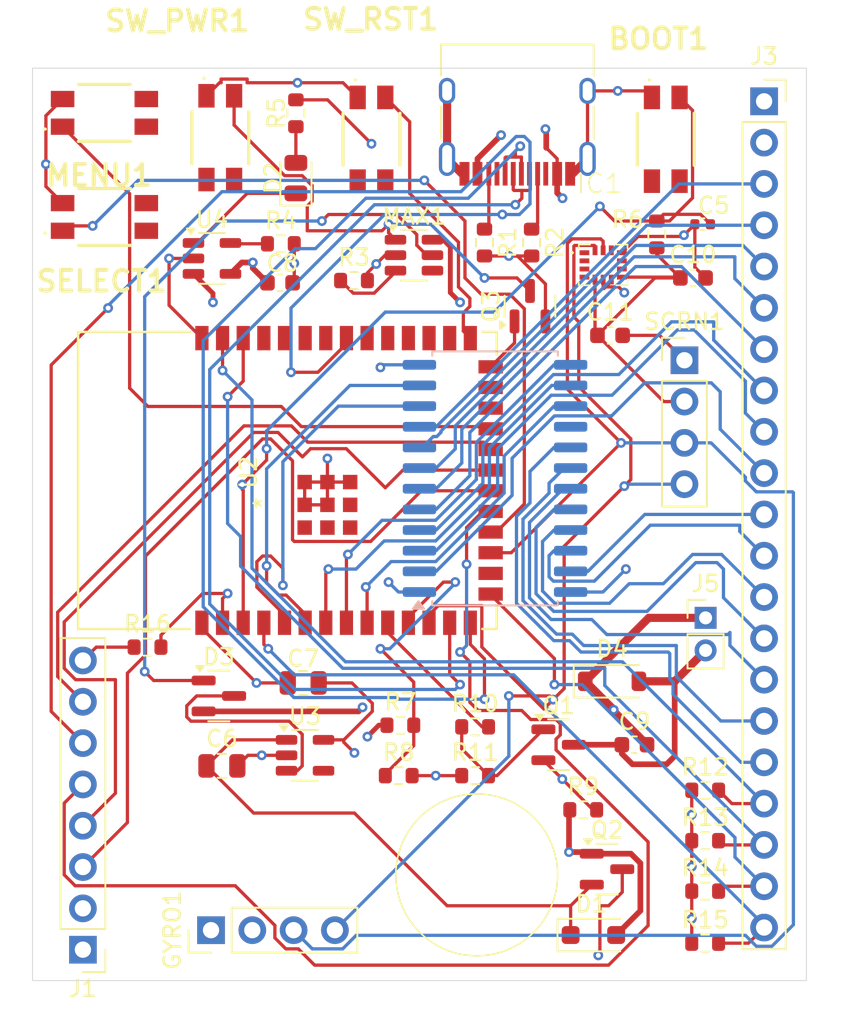
<source format=kicad_pcb>
(kicad_pcb (version 20241229) (generator "pcbnew") (generator_version "9.0")
  (layers (0 "F.Cu" signal) (4 "In1.Cu" signal) (6 "In2.Cu" signal) (2 "B.Cu" signal) (13 "F.Paste" user) (15 "B.Paste" user) (5 "F.SilkS" user "F.Silkscreen") (7 "B.SilkS" user "B.Silkscreen") (1 "F.Mask" user) (3 "B.Mask" user) (25 "Edge.Cuts" user))
  (net 0 "")
  (net 1 "GND")
  (net 2 "EN")
  (net 3 "VIN")
  (net 4 "+3V3")
  (net 5 "VBUS")
  (net 6 "Batt+")
  (net 7 "MotorGND")
  (net 8 "Net-(D2-K)")
  (net 9 "Net-(D2-A)")
  (net 10 "Net-(U3-EN)")
  (net 11 "LDO_EN")
  (net 12 "GP34")
  (net 13 "SCL")
  (net 16 "GP33")
  (net 20 "SDA")
  (net 21 "ROW_3")
  (net 22 "COL_11")
  (net 23 "COL_9")
  (net 24 "COL_0")
  (net 25 "COL_2")
  (net 26 "COL_4")
  (net 27 "COL_1")
  (net 28 "COL_13")
  (net 29 "ROW_1")
  (net 30 "COL_6")
  (net 31 "COL_10")
  (net 32 "COL_5")
  (net 33 "COL_8")
  (net 34 "ROW_2")
  (net 35 "ROW_0")
  (net 36 "COL_12")
  (net 37 "COL_7")
  (net 38 "COL_3")
  (net 39 "COL_14")
  (net 42 "D-")
  (net 43 "Net-(J4-CC1)")
  (net 44 "D+")
  (net 45 "Net-(J4-CC2)")
  (net 46 "SPI_SCK")
  (net 47 "SPI_MOSI")
  (net 48 "CS")
  (net 49 "SPI_MISO")
  (net 50 "ADC_BAT")
  (net 51 "Net-(MAX1-In)")
  (net 53 "Net-(MAX1-CLEAR)")
  (net 54 "VBAT")
  (net 55 "Net-(Q1-G)")
  (net 56 "PWR_OFF")
  (net 57 "Net-(U4-PROG)")
  (net 58 "MOT_SIG")
  (net 59 "S3")
  (net 60 "GP16_E")
  (net 62 "S0")
  (net 63 "S2")
  (net 64 "S1")
  (net 66 "MENU")
  (net 67 "100")
  (net 68 "SELECT")
  (net 71 "RX")
  (net 78 "TX")
  (net 80 "Net-(J1-Pin_8)")
  (footprint "Resistor_SMD:R_0603_1608Metric" (layer "F.Cu") (at 154.575 110.4)
    (property "Reference" "R14")
    (property "Value" "10k" (hide yes))
  )
  (footprint "Diode_SMD:D_SOD-123F" (layer "F.Cu") (at 147.7 113.1)
    (property "Reference" "D1")
    (property "Value" "1N5819" (hide yes))
  )
  (footprint "OpenMuscleDevKit:EVQP2P02M" (layer "F.Cu") (at 117.625 68.95 90)
    (property "Reference" "SELECT1")
    (property "Value" "SW_Push" (hide yes))
  )
  (footprint "Package_TO_SOT_SMD:SOT-23-5" (layer "F.Cu") (at 129.9625 102.05)
    (property "Reference" "U3")
    (property "Value" "TPS7A03" (hide yes))
  )
  (footprint "OpenMuscleDevKit:EVQP2P02M" (layer "F.Cu") (at 117.625 62.55 90)
    (property "Reference" "MENU1")
    (property "Value" "SW_Push" (hide yes))
  )
  (footprint "Resistor_SMD:R_0603_1608Metric" (layer "F.Cu") (at 129.4 62.575 -90)
    (property "Reference" "R5")
    (property "Value" "150" (hide yes))
  )
  (footprint "Capacitor_SMD:C_0603_1608Metric" (layer "F.Cu") (at 148.725 76.23)
    (property "Reference" "C11")
    (property "Value" "2.2 uF" (hide yes))
  )
  (footprint "Connector_PinHeader_2.54mm:PinHeader_1x08_P2.54mm_Vertical" (layer "F.Cu") (at 116.3 114 180)
    (property "Reference" "J1")
    (property "Value" "Conn_01x08_Pin" (hide yes))
  )
  (footprint "Resistor_SMD:R_0603_1608Metric" (layer "F.Cu") (at 143.9 70.525 -90)
    (property "Reference" "R2")
    (property "Value" "5.1K" (hide yes))
  )
  (footprint "Package_TO_SOT_SMD:SOT-23" (layer "F.Cu") (at 143.8 74.4375 90)
    (property "Reference" "Q3")
    (property "Value" "IRLML2060" (hide yes))
  )
  (footprint "Resistor_SMD:R_0603_1608Metric" (layer "F.Cu") (at 128.475 70.6)
    (property "Reference" "R4")
    (property "Value" "2k" (hide yes))
  )
  (footprint "Package_TO_SOT_SMD:SOT-23" (layer "F.Cu") (at 145.5625 101.4)
    (property "Reference" "Q1")
    (property "Value" "IRLML2060" (hide yes))
  )
  (footprint "Package_TO_SOT_SMD:SOT-23-6" (layer "F.Cu") (at 136.6625 71.3)
    (property "Reference" "MAX1")
    (property "Value" "~")
  )
  (footprint "Resistor_SMD:R_0603_1608Metric" (layer "F.Cu") (at 120.275 95.4)
    (property "Reference" "R16")
    (property "Value" "10k" (hide yes))
  )
  (footprint "OpenMuscleDevKit:EVQP2P02M" (layer "F.Cu") (at 152.15 64.175)
    (property "Reference" "BOOT1")
    (property "Value" "SW_Push" (hide yes))
  )
  (footprint "Connector_PinSocket_2.54mm:PinSocket_1x21_P2.54mm_Vertical" (layer "F.Cu") (at 158.2 61.84)
    (property "Reference" "J3")
    (property "Value" "Conn_01x21_Pin" (hide yes))
  )
  (footprint "Package_TO_SOT_SMD:SOT-23" (layer "F.Cu") (at 148.5375 109.05)
    (property "Reference" "Q2")
    (property "Value" "VP0610T" (hide yes))
  )
  (footprint "Resistor_SMD:R_0603_1608Metric" (layer "F.Cu") (at 141 70.525 -90)
    (property "Reference" "R1")
    (property "Value" "5.1K" (hide yes))
  )
  (footprint "footprints:ESP32-S3-WROOM-1-N16R8" (layer "F.Cu") (at 128.88 85.15 90)
    (property "Reference" "U2")
    (property "Value" "ESP32-S3-WROOM-1-N16R8" (hide yes))
  )
  (footprint "OpenMuscleDevKit:EVQP2P02M" (layer "F.Cu") (at 124.75 64.075)
    (property "Reference" "SW_PWR1")
    (property "Value" "SW_Push" (hide yes))
  )
  (footprint "Capacitor_SMD:C_0603_1608Metric" (layer "F.Cu") (at 153.825 72.7)
    (property "Reference" "C10")
    (property "Value" "0.1 uF" (hide yes))
  )
  (footprint "LED_SMD:LED_0805_2012Metric" (layer "F.Cu") (at 129.4 66.5625 90)
    (property "Reference" "D2")
    (property "Value" "CHRG LED" (hide yes))
  )
  (footprint "Connector_PinHeader_2.00mm:PinHeader_1x02_P2.00mm_Vertical" (layer "F.Cu") (at 154.6 93.6)
    (property "Reference" "J5")
    (property "Value" "Conn_01x02" (hide yes))
  )
  (footprint "Resistor_SMD:R_0603_1608Metric" (layer "F.Cu") (at 135.725 103.3)
    (property "Reference" "R8")
    (property "Value" "100k" (hide yes))
  )
  (footprint "Capacitor_SMD:C_0603_1608Metric" (layer "F.Cu") (at 128.425 73 180)
    (property "Reference" "C8")
    (property "Value" "2.2 uF" (hide yes))
  )
  (footprint "Resistor_SMD:R_0603_1608Metric" (layer "F.Cu") (at 140.425 100.3)
    (property "Reference" "R10")
    (property "Value" "10k" (hide yes))
  )
  (footprint "Resistor_SMD:R_0603_1608Metric" (layer "F.Cu") (at 132.975 72.86)
    (property "Reference" "R3")
    (property "Value" "1K" (hide yes))
  )
  (footprint "Capacitor_SMD:C_0603_1608Metric" (layer "F.Cu") (at 150.225 101.4)
    (property "Reference" "C9")
    (property "Value" "100 uF" (hide yes))
  )
  (footprint "Capacitor_SMD:C_0805_2012Metric" (layer "F.Cu") (at 129.85 97.6 180)
    (property "Reference" "C7")
    (property "Value" "4.7uF" (hide yes))
  )
  (footprint "Connector_PinHeader_2.54mm:PinHeader_1x04_P2.54mm_Vertical" (layer "F.Cu") (at 153.3 77.76)
    (property "Reference" "SCRN1")
    (property "Value" "Conn_01x04" (hide yes))
  )
  (footprint "Package_TO_SOT_SMD:TSOT-23-5" (layer "F.Cu") (at 124.2375 71.5)
    (property "Reference" "U4")
    (property "Value" "LTC4054ES5-4.2" (hide yes))
  )
  (footprint "OpenMuscleDevKit:EVQP2P02M" (layer "F.Cu") (at 134.05 64.175)
    (property "Reference" "SW_RST1")
    (property "Value" "SW_Push" (hide yes))
  )
  (footprint "ICM-42688-P:IIM42352" (layer "F.Cu") (at 148.3 71.9)
    (property "Reference" "IC1")
    (property "Value" "ICM-42688-P")
  )
  (footprint "Connector_USB:USB_C_Receptacle_HRO_TYPE-C-31-M-12" (layer "F.Cu") (at 143.02 62.25 180)
    (property "Reference" "J4" (hide yes))
    (property "Value" "USB_C_Receptacle")
  )
  (footprint "Resistor_SMD:R_0603_1608Metric" (layer "F.Cu") (at 140.425 103.3)
    (property "Reference" "R11")
    (property "Value" "10k" (hide yes))
  )
  (footprint "Capacitor_SMD:C_0402_1005Metric" (layer "F.Cu") (at 154.42 69.4)
    (property "Reference" "C5")
    (property "Value" "100 nF" (hide yes))
  )
  (footprint "Resistor_SMD:R_0603_1608Metric" (layer "F.Cu") (at 135.825 100.2)
    (property "Reference" "R7")
    (property "Value" "100k" (hide yes))
  )
  (footprint "Capacitor_SMD:C_0805_2012Metric" (layer "F.Cu") (at 124.85 102.7)
    (property "Reference" "C6")
    (property "Value" "4.7uF" (hide yes))
  )
  (footprint "Resistor_SMD:R_0603_1608Metric" (layer "F.Cu") (at 154.575 113.6)
    (property "Reference" "R15")
    (property "Value" "10k" (hide yes))
  )
  (footprint "Resistor_SMD:R_0603_1608Metric" (layer "F.Cu") (at 154.575 104.2)
    (property "Reference" "R12")
    (property "Value" "10k" (hide yes))
  )
  (footprint "Diode_SMD:D_SOD-123" (layer "F.Cu") (at 148.85 97.5)
    (property "Reference" "D4")
    (property "Value" "1N4007" (hide yes))
  )
  (footprint "Resistor_SMD:R_0603_1608Metric" (layer "F.Cu") (at 151.6 70.025 90)
    (property "Reference" "R6")
    (property "Value" "5.1K" (hide yes))
  )
  (footprint "Resistor_SMD:R_0603_1608Metric" (layer "F.Cu") (at 154.575 107.3)
    (property "Reference" "R13")
    (property "Value" "10k" (hide yes))
  )
  (footprint "Package_TO_SOT_SMD:SOT-23" (layer "F.Cu") (at 124.6625 98.4)
    (property "Reference" "D3")
    (property "Value" "BAT54C" (hide yes))
  )
  (footprint "Resistor_SMD:R_0603_1608Metric" (layer "F.Cu") (at 147.075 105.4)
    (property "Reference" "R9")
    (property "Value" "100k" (hide yes))
  )
  (footprint "Connector_PinHeader_2.54mm:PinHeader_1x04_P2.54mm_Vertical" (layer "F.Cu") (at 124.18 112.8 90)
    (property "Reference" "GYRO1")
    (property "Value" "Conn_01x04" (hide yes))
  )
  (footprint "Package_SO:SOIC-24W_7.5x15.4mm_P1.27mm" (layer "B.Cu") (at 141.65 85.025)
    (property "Reference" "U1" (hide yes))
    (property "Value" "CD74HC4067M")
  )
  (gr_circle (center 140.523053 109.4) (end 145.123053 111.3) (stroke (width 0.1)) (fill no) (layer "F.SilkS"))
  (gr_rect (start 113.2 59.8) (end 160.8 115.9) (stroke (width 0.05)) (fill no) (layer "Edge.Cuts"))
  (segment (start 153.94 69.4) (end 153.94 72.04) (width 0.2) (layer "F.Cu") (net 1))
  (segment (start 142.5 71.35) (end 141 71.35) (width 0.2) (layer "F.Cu") (net 1))
  (segment (start 133.8 72.86) (end 133.8 72.385) (width 0.2) (layer "F.Cu") (net 1))
  (segment (start 153.75 108.9) (end 153.75 110.4) (width 0.2) (layer "F.Cu") (net 1))
  (segment (start 134.3425 71.8425) (end 134.885 71.3) (width 0.2) (layer "F.Cu") (net 1))
  (segment (start 148.45 73.25) (end 148.35 73.35) (width 0.2) (layer "F.Cu") (net 1))
  (segment (start 138.7 65.38) (end 138.7 61.2) (width 0.5) (layer "F.Cu") (net 1))
  (segment (start 129.94 85.25) (end 132.74 85.25) (width 0.2) (layer "F.Cu") (net 1))
  (segment (start 153.27 70.07) (end 153.94 69.4) (width 0.2) (layer "F.Cu") (net 1))
  (segment (start 147.9 105.4) (end 147.675 105.4) (width 0.2) (layer "F.Cu") (net 1))
  (segment (start 153.75 107.3) (end 153.75 108.9) (width 0.2) (layer "F.Cu") (net 1))
  (segment (start 149.45 71.15) (end 150.451 70.149) (width 0.2) (layer "F.Cu") (net 1))
  (segment (start 150.451 70.149) (end 153.191 70.149) (width 0.2) (layer "F.Cu") (net 1))
  (segment (start 126.401 60.474) (end 126.401 60.7) (width 0.2) (layer "F.Cu") (net 1))
  (segment (start 143.9 71.35) (end 142.5 71.35) (width 0.2) (layer "F.Cu") (net 1))
  (segment (start 153.94 72.04) (end 154.6 72.7) (width 0.2) (layer "F.Cu") (net 1))
  (segment (start 123.1 71.5) (end 121.6 71.5) (width 0.2) (layer "F.Cu") (net 1))
  (segment (start 131.34 86.65) (end 129.94 86.65) (width 0.2) (layer "F.Cu") (net 1))
  (segment (start 126.401 60.7) (end 129.5 60.7) (width 0.2) (layer "F.Cu") (net 1))
  (segment (start 148.45 73.25) (end 149.25 73.25) (width 0.2) (layer "F.Cu") (net 1))
  (segment (start 151.77 76.23) (end 153.3 77.76) (width 0.2) (layer "F.Cu") (net 1))
  (segment (start 121.6 74.38) (end 121.6 71.5) (width 0.2) (layer "F.Cu") (net 1))
  (segment (start 149.25 73.25) (end 149.6 73.6) (width 0.2) (layer "F.Cu") (net 1))
  (segment (start 131.34 86.65) (end 131.34 85.25) (width 0.2) (layer "F.Cu") (net 1))
  (segment (start 146.27 66.295) (end 146.425 66.295) (width 0.2) (layer "F.Cu") (net 1))
  (segment (start 132.3 60.7) (end 133.2 61.6) (width 0.2) (layer "F.Cu") (net 1))
  (segment (start 138 103.3) (end 136.55 103.3) (width 0.2) (layer "F.Cu") (net 1))
  (segment (start 131.34 85.25) (end 131.34 83.8) (width 0.2) (layer "F.Cu") (net 1))
  (segment (start 147.675 105.4) (end 145.7875 103.5125) (width 0.2) (layer "F.Cu") (net 1))
  (segment (start 131.34 83.74) (end 131.3 83.7) (width 0.2) (layer "F.Cu") (net 1))
  (segment (start 129.3 72.9) (end 129.2 73) (width 0.2) (layer "F.Cu") (net 1))
  (segment (start 114.024 62.726) (end 115.05 61.7) (width 0.2) (layer "F.Cu") (net 1))
  (segment (start 148.8 72.8) (end 148.8 72.9) (width 0.2) (layer "F.Cu") (net 1))
  (segment (start 124.7 60.7) (end 124.799 60.7) (width 0.2) (layer "F.Cu") (net 1))
  (segment (start 133.8 72.385) (end 134.3425 71.8425) (width 0.2) (layer "F.Cu") (net 1))
  (segment (start 129.94 86.65) (end 129.94 85.25) (width 0.2) (layer "F.Cu") (net 1))
  (segment (start 149.5 76.23) (end 151.77 76.23) (width 0.2) (layer "F.Cu") (net 1))
  (segment (start 148.8 72.9) (end 148.45 73.25) (width 0.2) (layer "F.Cu") (net 1))
  (segment (start 143.029468 71.35) (end 142.5 71.35) (width 0.2) (layer "F.Cu") (net 1))
  (segment (start 126.9771 97.6) (end 123.62 94.2429) (width 0.2) (layer "F.Cu") (net 1))
  (segment (start 127.3 102.05) (end 126.45 102.05) (width 0.2) (layer "F.Cu") (net 1))
  (segment (start 147.34 61.2) (end 149.2 61.2) (width 0.2) (layer "F.Cu") (net 1))
  (segment (start 139.6 103.3) (end 138 103.3) (width 0.2) (layer "F.Cu") (net 1))
  (segment (start 124.799 60.474) (end 126.401 60.474) (width 0.2) (layer "F.Cu") (net 1))
  (segment (start 123.62 76.4) (end 121.6 74.38) (width 0.2) (layer "F.Cu") (net 1))
  (segment (start 129.5 60.7) (end 132.3 60.7) (width 0.2) (layer "F.Cu") (net 1))
  (segment (start 153.191 70.149) (end 153.27 70.07) (width 0.2) (layer "F.Cu") (net 1))
  (segment (start 153.75 110.4) (end 153.75 112.1) (width 0.2) (layer "F.Cu") (net 1))
  (segment (start 114.024 65.7) (end 114.024 62.726) (width 0.2) (layer "F.Cu") (net 1))
  (segment (start 146.425 66.295) (end 147.34 65.38) (width 0.5) (layer "F.Cu") (net 1))
  (segment (start 145.7875 103.5125) (end 144.625 102.35) (width 0.2) (layer "F.Cu") (net 1))
  (segment (start 150.9 61.2) (end 151.3 61.6) (width 0.2) (layer "F.Cu") (net 1))
  (segment (start 153.75 112.1) (end 153.75 113.6) (width 0.2) (layer "F.Cu") (net 1))
  (segment (start 144.75 75.375) (end 144.75 73.070532) (width 0.2) (layer "F.Cu") (net 1))
  (segment (start 153.75 104.2) (end 153.75 105.7) (width 0.2) (layer "F.Cu") (net 1))
  (segment (start 115.05 68.1) (end 114.024 67.074) (width 0.2) (layer "F.Cu") (net 1))
  (segment (start 149.2 61.2) (end 150.9 61.2) (width 0.2) (layer "F.Cu") (net 1))
  (segment (start 148.3 73.3) (end 148.35 73.35) (width 0.2) (layer "F.Cu") (net 1))
  (segment (start 131.34 83.8) (end 131.34 83.74) (width 0.2) (layer "F.Cu") (net 1))
  (segment (start 124.799 60.7) (end 124.799 60.474) (width 0.2) (layer "F.Cu") (net 1))
  (segment (start 123.9 61.5) (end 124.7 60.7) (width 0.2) (layer "F.Cu") (net 1))
  (segment (start 147.34 61.2) (end 147.34 65.38) (width 0.2) (layer "F.Cu") (net 1))
  (segment (start 128.825 102.05) (end 127.3 102.05) (width 0.2) (layer "F.Cu") (net 1))
  (segment (start 114.024 67.074) (end 114.024 65.7) (width 0.2) (layer "F.Cu") (net 1))
  (segment (start 139.615 66.295) (end 138.7 65.38) (width 0.5) (layer "F.Cu") (net 1))
  (segment (start 123.62 94.2429) (end 123.62 93.9) (width 0.2) (layer "F.Cu") (net 1))
  (segment (start 134.885 71.3) (end 135.525 71.3) (width 0.2) (layer "F.Cu") (net 1))
  (segment (start 148.3 72.8) (end 148.3 73.3) (width 0.2) (layer "F.Cu") (net 1))
  (segment (start 126.45 102.05) (end 125.8 102.7) (width 0.2) (layer "F.Cu") (net 1))
  (segment (start 144.75 73.070532) (end 143.029468 71.35) (width 0.2) (layer "F.Cu") (net 1))
  (segment (start 139.77 66.295) (end 139.615 66.295) (width 0.2) (layer "F.Cu") (net 1))
  (segment (start 128.9 97.6) (end 126.9771 97.6) (width 0.2) (layer "F.Cu") (net 1))
  (segment (start 153.75 105.7) (end 153.75 107.3) (width 0.2) (layer "F.Cu") (net 1))
  (segment (start 129.3 71.8) (end 129.3 72.9) (width 0.2) (layer "F.Cu") (net 1))
  (segment (start 129.3 70.6) (end 129.3 71.8) (width 0.2) (layer "F.Cu") (net 1))
  (via (at 127.3 102.05) (size 0.6) (drill 0.3) (layers "F.Cu" "B.Cu") (net 1))
  (via (at 153.75 108.9) (size 0.6) (drill 0.3) (layers "F.Cu" "B.Cu") (net 1))
  (via (at 126.9771 97.6) (size 0.6) (drill 0.3) (layers "F.Cu" "B.Cu") (net 1))
  (via (at 131.34 83.8) (size 0.6) (drill 0.3) (layers "F.Cu" "B.Cu") (net 1))
  (via (at 142.5 71.35) (size 0.6) (drill 0.3) (layers "F.Cu" "B.Cu") (net 1))
  (via (at 149.6 73.6) (size 0.6) (drill 0.3) (layers "F.Cu" "B.Cu") (net 1))
  (via (at 129.3 71.8) (size 0.6) (drill 0.3) (layers "F.Cu" "B.Cu") (net 1))
  (via (at 145.7875 103.5125) (size 0.6) (drill 0.3) (layers "F.Cu" "B.Cu") (net 1))
  (via (at 138 103.3) (size 0.6) (drill 0.3) (layers "F.Cu" "B.Cu") (net 1))
  (via (at 153.27 70.07) (size 0.6) (drill 0.3) (layers "F.Cu" "B.Cu") (net 1))
  (via (at 134.3425 71.8425) (size 0.6) (drill 0.3) (layers "F.Cu" "B.Cu") (net 1))
  (via (at 129.5 60.7) (size 0.6) (drill 0.3) (layers "F.Cu" "B.Cu") (net 1))
  (via (at 149.2 61.2) (size 0.6) (drill 0.3) (layers "F.Cu" "B.Cu") (net 1))
  (via (at 121.6 71.5) (size 0.6) (drill 0.3) (layers "F.Cu" "B.Cu") (net 1))
  (via (at 134.6 78.2) (size 0.6) (drill 0.3) (layers "F.Cu" "B.Cu") (net 1))
  (via (at 153.75 112.1) (size 0.6) (drill 0.3) (layers "F.Cu" "B.Cu") (net 1))
  (via (at 153.75 105.7) (size 0.6) (drill 0.3) (layers "F.Cu" "B.Cu") (net 1))
  (via (at 114.024 65.7) (size 0.6) (drill 0.3) (layers "F.Cu" "B.Cu") (net 1))
  (segment (start 134.76 78.04) (end 134.6 78.2) (width 0.2) (layer "B.Cu") (net 1))
  (segment (start 137 78.04) (end 134.76 78.04) (width 0.2) (layer "B.Cu") (net 1))
  (segment (start 154.9 69.4) (end 154.289 68.789) (width 0.2) (layer "F.Cu") (net 2))
  (segment (start 152.377 69.2) (end 153.801 67.776) (width 0.2) (layer "F.Cu") (net 2))
  (segment (start 126.1 85.4) (end 126.1 85.7) (width 0.2) (layer "F.Cu") (net 2))
  (segment (start 152.011 68.789) (end 151.6 69.2) (width 0.2) (layer "F.Cu") (net 2))
  (segment (start 154.289 68.789) (end 152.011 68.789) (width 0.2) (layer "F.Cu") (net 2))
  (segment (start 153.801 67.776) (end 153.801 62.401) (width 0.2) (layer "F.Cu") (net 2))
  (segment (start 127.6 83.9) (end 126.1 85.4) (width 0.2) (layer "F.Cu") (net 2))
  (segment (start 127.6 83.2) (end 127.6 83.9) (width 0.2) (layer "F.Cu") (net 2))
  (segment (start 153.801 62.401) (end 153 61.6) (width 0.2) (layer "F.Cu") (net 2))
  (segment (start 151.6 69.2) (end 149 69.2) (width 0.2) (layer "F.Cu") (net 2))
  (segment (start 126.16 85.76) (end 126.16 93.9) (width 0.2) (layer "F.Cu") (net 2))
  (segment (start 151.6 69.2) (end 152.377 69.2) (width 0.2) (layer "F.Cu") (net 2))
  (segment (start 149 69.2) (end 148.1 68.3) (width 0.2) (layer "F.Cu") (net 2))
  (segment (start 126.1 85.7) (end 126.16 85.76) (width 0.2) (layer "F.Cu") (net 2))
  (via (at 126.1 85.4) (size 0.6) (drill 0.3) (layers "F.Cu" "B.Cu") (net 2))
  (via (at 148.1 68.3) (size 0.6) (drill 0.3) (layers "F.Cu" "B.Cu") (net 2))
  (via (at 127.6 83.2) (size 0.6) (drill 0.3) (layers "F.Cu" "B.Cu") (net 2))
  (segment (start 127.6 82.1) (end 127.6 83.2) (width 0.2) (layer "B.Cu") (net 2))
  (segment (start 141.6 74.8) (end 134.9 74.8) (width 0.2) (layer "B.Cu") (net 2))
  (segment (start 134.9 74.8) (end 130.5 79.2) (width 0.2) (layer "B.Cu") (net 2))
  (segment (start 130.5 79.2) (end 127.6 82.1) (width 0.2) (layer "B.Cu") (net 2))
  (segment (start 148.1 68.3) (end 141.6 74.8) (width 0.2) (layer "B.Cu") (net 2))
  (segment (start 146.3 111.3) (end 138.7 111.3) (width 0.2) (layer "F.Cu") (net 3))
  (segment (start 133 105.6) (end 126.8 105.6) (width 0.2) (layer "F.Cu") (net 3))
  (segment (start 128.825 101.1) (end 125.5 101.1) (width 0.2) (layer "F.Cu") (net 3))
  (segment (start 126.8 105.6) (end 123.9 102.7) (width 0.2) (layer "F.Cu") (net 3))
  (segment (start 125.5 101.1) (end 123.9 102.7) (width 0.2) (layer "F.Cu") (net 3))
  (segment (start 138.7 111.3) (end 133 105.6) (width 0.2) (layer "F.Cu") (net 3))
  (segment (start 147.6 110) (end 146.3 111.3) (width 0.2) (layer "F.Cu") (net 3))
  (segment (start 146.3 111.3) (end 146.3 113.1) (width 0.2) (layer "F.Cu") (net 3))
  (segment (start 132.349943 101.249943) (end 133 101.9) (width 0.2) (layer "F.Cu") (net 4))
  (segment (start 151.48 72.7) (end 147.95 76.23) (width 0.2) (layer "F.Cu") (net 4))
  (segment (start 121.1 94.6623) (end 123.6623 92.1) (width 0.2) (layer "F.Cu") (net 4))
  (segment (start 134.101 99.348943) (end 134.101 98.851057) (width 0.2) (layer "F.Cu") (net 4))
  (segment (start 152.02 80.3) (end 147.95 76.23) (width 0.2) (layer "F.Cu") (net 4))
  (segment (start 124.89 93.9) (end 124.89 92.41) (width 0.2) (layer "F.Cu") (net 4))
  (segment (start 151.6 70.85) (end 151.6 71.25) (width 0.2) (layer "F.Cu") (net 4))
  (segment (start 149.45 72.65) (end 153 72.65) (width 0.2) (layer "F.Cu") (net 4))
  (segment (start 151.6 71.25) (end 153.05 72.7) (width 0.2) (layer "F.Cu") (net 4))
  (segment (start 121.1 95.4) (end 121.1 94.6623) (width 0.2) (layer "F.Cu") (net 4))
  (segment (start 131.1 101.1) (end 132.349943 101.1) (width 0.2) (layer "F.Cu") (net 4))
  (segment (start 132.349943 101.1) (end 134.101 99.348943) (width 0.2) (layer "F.Cu") (net 4))
  (segment (start 147.8 72.8) (end 147.8 76.08) (width 0.2) (layer "F.Cu") (net 4))
  (segment (start 153 72.65) (end 153.05 72.7) (width 0.2) (layer "F.Cu") (net 4))
  (segment (start 147.8 76.08) (end 147.95 76.23) (width 0.2) (layer "F.Cu") (net 4))
  (segment (start 123.6623 92.1) (end 125.2 92.1) (width 0.2) (layer "F.Cu") (net 4))
  (segment (start 134.101 98.851057) (end 132.849943 97.6) (width 0.2) (layer "F.Cu") (net 4))
  (segment (start 132.849943 97.6) (end 130.8 97.6) (width 0.2) (layer "F.Cu") (net 4))
  (segment (start 124.89 92.41) (end 125.2 92.1) (width 0.2) (layer "F.Cu") (net 4))
  (segment (start 132.349943 101.1) (end 132.349943 101.249943) (width 0.2) (layer "F.Cu") (net 4))
  (segment (start 153.05 72.7) (end 151.48 72.7) (width 0.2) (layer "F.Cu") (net 4))
  (segment (start 153.3 80.3) (end 152.02 80.3) (width 0.2) (layer "F.Cu") (net 4))
  (via (at 149.7 90.6) (size 0.6) (drill 0.3) (layers "F.Cu" "B.Cu") (net 4))
  (via (at 125.2 92.1) (size 0.6) (drill 0.3) (layers "F.Cu" "B.Cu") (net 4))
  (via (at 135.1 91.4) (size 0.6) (drill 0.3) (layers "F.Cu" "B.Cu") (net 4))
  (via (at 133 101.9) (size 0.6) (drill 0.3) (layers "F.Cu" "B.Cu") (net 4))
  (segment (start 137 92.01) (end 135.71 92.01) (width 0.2) (layer "B.Cu") (net 4))
  (segment (start 135.71 92.01) (end 135.1 91.4) (width 0.2) (layer "B.Cu") (net 4))
  (segment (start 146.3 92.01) (end 148.29 92.01) (width 0.2) (layer "B.Cu") (net 4))
  (segment (start 148.29 92.01) (end 149.7 90.6) (width 0.2) (layer "B.Cu") (net 4))
  (segment (start 140.57 65.37) (end 142.02 63.92) (width 0.35) (layer "F.Cu") (net 5))
  (segment (start 126.75 72.1) (end 127.65 73) (width 0.35) (layer "F.Cu") (net 5))
  (segment (start 144.8 64.7) (end 145.47 65.37) (width 0.2) (layer "F.Cu") (net 5))
  (segment (start 126.75 71.75) (end 126.75 72.1) (width 0.35) (layer "F.Cu") (net 5))
  (segment (start 144.8 63.6) (end 144.8 64.7) (width 0.35) (layer "F.Cu") (net 5))
  (segment (start 126.75 71.75) (end 126.075 71.75) (width 0.35) (layer "F.Cu") (net 5))
  (segment (start 133.25 99.35) (end 123.725 99.35) (width 0.35) (layer "F.Cu") (net 5))
  (segment (start 133.5 99.1) (end 133.25 99.35) (width 0.35) (layer "F.Cu") (net 5))
  (segment (start 144.75 63.55) (end 144.8 63.6) (width 0.35) (layer "F.Cu") (net 5))
  (segment (start 147.6 108.1) (end 150.010534 108.1) (width 0.35) (layer "F.Cu") (net 5))
  (segment (start 147.5 108) (end 147.6 108.1) (width 0.35) (layer "F.Cu") (net 5))
  (segment (start 145.47 65.37) (end 145.47 66.295) (width 0.2) (layer "F.Cu") (net 5))
  (segment (start 131.35 61.75) (end 134.05 64.45) (width 0.2) (layer "F.Cu") (net 5))
  (segment (start 145.47 66.295) (end 145.47 67.47) (width 0.35) (layer "F.Cu") (net 5))
  (segment (start 129.4 61.75) (end 131.35 61.75) (width 0.2) (layer "F.Cu") (net 5))
  (segment (start 146.2 108) (end 146.2 105.45) (width 0.35) (layer "F.Cu") (net 5))
  (segment (start 146.2 105.45) (end 146.25 105.4) (width 0.35) (layer "F.Cu") (net 5))
  (segment (start 140.57 66.295) (end 140.57 65.37) (width 0.35) (layer "F.Cu") (net 5))
  (segment (start 150.5885 108.677966) (end 150.5885 111.6115) (width 0.35) (layer "F.Cu") (net 5))
  (segment (start 126.075 71.75) (end 125.375 72.45) (width 0.35) (layer "F.Cu") (net 5))
  (segment (start 146.2 108) (end 147.5 108) (width 0.35) (layer "F.Cu") (net 5))
  (segment (start 150.010534 108.1) (end 150.5885 108.677966) (width 0.35) (layer "F.Cu") (net 5))
  (segment (start 150.5885 111.6115) (end 149.1 113.1) (width 0.35) (layer "F.Cu") (net 5))
  (segment (start 145.47 67.47) (end 145.8 67.8) (width 0.35) (layer "F.Cu") (net 5))
  (via (at 134.05 64.45) (size 0.6) (drill 0.3) (layers "F.Cu" "B.Cu") (net 5))
  (via (at 133.5 99.1) (size 0.6) (drill 0.3) (layers "F.Cu" "B.Cu") (net 5))
  (via (at 126.75 71.75) (size 0.6) (drill 0.3) (layers "F.Cu" "B.Cu") (net 5))
  (via (at 144.75 63.55) (size 0.6) (drill 0.3) (layers "F.Cu" "B.Cu") (net 5))
  (via (at 146.2 108) (size 0.6) (drill 0.3) (layers "F.Cu" "B.Cu") (net 5))
  (via (at 145.8 67.8) (size 0.6) (drill 0.3) (layers "F.Cu" "B.Cu") (net 5))
  (via (at 142.02 63.92) (size 0.6) (drill 0.3) (layers "F.Cu" "B.Cu") (net 5))
  (segment (start 151.1 93.6) (end 147.2 97.5) (width 0.5) (layer "F.Cu") (net 6))
  (segment (start 148.95 99.25) (end 147.2 97.5) (width 0.5) (layer "F.Cu") (net 6))
  (segment (start 148.95 99.25) (end 148.95 99.35) (width 0.5) (layer "F.Cu") (net 6))
  (segment (start 148.95 99.35) (end 151 101.4) (width 0.5) (layer "F.Cu") (net 6))
  (segment (start 154.6 93.6) (end 151.1 93.6) (width 0.5) (layer "F.Cu") (net 6))
  (via (at 148.95 99.25) (size 0.6) (drill 0.3) (layers "F.Cu" "B.Cu") (net 6))
  (segment (start 149.45 101.95) (end 150.1 102.6) (width 0.35) (layer "F.Cu") (net 7))
  (segment (start 152.7 102.1) (end 152.7 97.5) (width 0.35) (layer "F.Cu") (net 7))
  (segment (start 152.7 97.5) (end 150.5 97.5) (width 0.5) (layer "F.Cu") (net 7))
  (segment (start 154.6 95.6) (end 152.7 97.5) (width 0.5) (layer "F.Cu") (net 7))
  (segment (start 150.1 102.6) (end 152.2 102.6) (width 0.35) (layer "F.Cu") (net 7))
  (segment (start 152.2 102.6) (end 152.7 102.1) (width 0.35) (layer "F.Cu") (net 7))
  (segment (start 149.45 101.4) (end 149.45 101.95) (width 0.35) (layer "F.Cu") (net 7))
  (segment (start 149.45 101.4) (end 146.5 101.4) (width 0.35) (layer "F.Cu") (net 7))
  (segment (start 123.1 70.55) (end 123.351 70.55) (width 0.2) (layer "F.Cu") (net 8))
  (segment (start 126.401 67.5) (end 129.4 67.5) (width 0.2) (layer "F.Cu") (net 8))
  (segment (start 123.351 70.55) (end 126.401 67.5) (width 0.2) (layer "F.Cu") (net 8))
  (segment (start 129.4 63.4) (end 129.4 65.625) (width 0.2) (layer "F.Cu") (net 9))
  (segment (start 129.7885 102.698999) (end 129.7885 100.759032) (width 0.2) (layer "F.Cu") (net 10))
  (segment (start 122.6865 99.009032) (end 123.295532 98.4) (width 0.2) (layer "F.Cu") (net 10))
  (segment (start 128.980468 99.951) (end 122.946532 99.951) (width 0.2) (layer "F.Cu") (net 10))
  (segment (start 128.825 103) (end 129.487499 103) (width 0.2) (layer "F.Cu") (net 10))
  (segment (start 129.487499 103) (end 129.7885 102.698999) (width 0.2) (layer "F.Cu") (net 10))
  (segment (start 122.946532 99.951) (end 122.6865 99.690968) (width 0.2) (layer "F.Cu") (net 10))
  (segment (start 123.295532 98.4) (end 125.6 98.4) (width 0.2) (layer "F.Cu") (net 10))
  (segment (start 122.6865 99.690968) (end 122.6865 99.009032) (width 0.2) (layer "F.Cu") (net 10))
  (segment (start 129.7885 100.759032) (end 128.980468 99.951) (width 0.2) (layer "F.Cu") (net 10))
  (segment (start 135.599 68.799) (end 136.8365 70.0365) (width 0.2) (layer "F.Cu") (net 11))
  (segment (start 137.445532 71.3) (end 137.8 71.3) (width 0.2) (layer "F.Cu") (net 11))
  (segment (start 131.401 68.799) (end 135.599 68.799) (width 0.2) (layer "F.Cu") (net 11))
  (segment (start 123.725 97.45) (end 120.65 97.45) (width 0.2) (layer "F.Cu") (net 11))
  (segment (start 131 69.2) (end 131.401 68.799) (width 0.2) (layer "F.Cu") (net 11))
  (segment (start 136.8365 70.0365) (end 136.8365 70.690968) (width 0.2) (layer "F.Cu") (net 11))
  (segment (start 136.8365 70.690968) (end 137.445532 71.3) (width 0.2) (layer "F.Cu") (net 11))
  (segment (start 120.65 97.45) (end 120.1 96.9) (width 0.2) (layer "F.Cu") (net 11))
  (via (at 131 69.2) (size 0.6) (drill 0.3) (layers "F.Cu" "B.Cu") (net 11))
  (via (at 120.1 96.9) (size 0.6) (drill 0.3) (layers "F.Cu" "B.Cu") (net 11))
  (segment (start 120.1 96.9) (end 120.1 73.849943) (width 0.2) (layer "B.Cu") (net 11))
  (segment (start 120.1 73.849943) (end 124.749943 69.2) (width 0.2) (layer "B.Cu") (net 11))
  (segment (start 124.749943 69.2) (end 131 69.2) (width 0.2) (layer "B.Cu") (net 11))
  (segment (start 146.099 79.539) (end 146.099 70.5819) (width 0.2) (layer "F.Cu") (net 13))
  (segment (start 149.4 82.84) (end 146.099 79.539) (width 0.2) (layer "F.Cu") (net 13))
  (segment (start 148.3 70.448) (end 148.3 71) (width 0.2) (layer "F.Cu") (net 13))
  (segment (start 149.4 82.84) (end 142.645 89.595) (width 0.2) (layer "F.Cu") (net 13))
  (segment (start 148.15 70.298) (end 148.3 70.448) (width 0.2) (layer "F.Cu") (net 13))
  (segment (start 146.3829 70.298) (end 148.15 70.298) (width 0.2) (layer "F.Cu") (net 13))
  (segment (start 142.645 89.595) (end 141.38 89.595) (width 0.2) (layer "F.Cu") (net 13))
  (segment (start 146.099 70.5819) (end 146.3829 70.298) (width 0.2) (layer "F.Cu") (net 13))
  (via (at 149.4 82.84) (size 0.6) (drill 0.3) (layers "F.Cu" "B.Cu") (net 13))
  (segment (start 159.951 85.851) (end 157.72324 85.851) (width 0.2) (layer "B.Cu") (net 13))
  (segment (start 157.049 84.949) (end 154.94 82.84) (width 0.2) (layer "B.Cu") (net 13))
  (segment (start 132.27676 113.951) (end 133.111 113.11676) (width 0.2) (layer "B.Cu") (net 13))
  (segment (start 157.72324 113.791) (end 158.67676 113.791) (width 0.2) (layer "B.Cu") (net 13))
  (segment (start 157.049 113.11676) (end 157.72324 113.791) (width 0.2) (layer "B.Cu") (net 13))
  (segment (start 157.049 85.17676) (end 157.049 84.949) (width 0.2) (layer "B.Cu") (net 13))
  (segment (start 158.67676 113.791) (end 160 112.46776) (width 0.2) (layer "B.Cu") (net 13))
  (segment (start 133.111 113.11676) (end 157.049 113.11676) (width 0.2) (layer "B.Cu") (net 13))
  (segment (start 157.72324 85.851) (end 157.049 85.17676) (width 0.2) (layer "B.Cu") (net 13))
  (segment (start 149.36 82.84) (end 149.3 82.9) (width 0.2) (layer "B.Cu") (net 13))
  (segment (start 153.3 82.84) (end 149.4 82.84) (width 0.2) (layer "B.Cu") (net 13))
  (segment (start 160 85.9) (end 159.951 85.851) (width 0.2) (layer "B.Cu") (net 13))
  (segment (start 149.4 82.84) (end 149.36 82.84) (width 0.2) (layer "B.Cu") (net 13))
  (segment (start 129.26 112.8) (end 130.411 113.951) (width 0.2) (layer "B.Cu") (net 13))
  (segment (start 154.94 82.84) (end 153.3 82.84) (width 0.2) (layer "B.Cu") (net 13))
  (segment (start 160 112.46776) (end 160 85.9) (width 0.2) (layer "B.Cu") (net 13))
  (segment (start 130.411 113.951) (end 132.27676 113.951) (width 0.2) (layer "B.Cu") (net 13))
  (segment (start 114.347 99.347) (end 114.347 78.053) (width 0.2) (layer "F.Cu") (net 16))
  (segment (start 132.51 76.7429) (end 132.51 76.4) (width 0.2) (layer "F.Cu") (net 16))
  (segment (start 117.85 74.55) (end 117.9 74.5) (width 0.2) (layer "F.Cu") (net 16))
  (segment (start 116.3 101.3) (end 114.347 99.347) (width 0.2) (layer "F.Cu") (net 16))
  (segment (start 129.1 78.5) (end 130.7529 78.5) (width 0.2) (layer "F.Cu") (net 16))
  (segment (start 130.7529 78.5) (end 132.51 76.7429) (width 0.2) (layer "F.Cu") (net 16))
  (segment (start 114.347 78.053) (end 117.85 74.55) (width 0.2) (layer "F.Cu") (net 16))
  (via (at 142.1 68.8) (size 0.6) (drill 0.3) (layers "F.Cu" "B.Cu") (net 16))
  (via (at 117.85 74.55) (size 0.6) (drill 0.3) (layers "F.Cu" "B.Cu") (net 16))
  (via (at 129.1 78.5) (size 0.6) (drill 0.3) (layers "F.Cu" "B.Cu") (net 16))
  (segment (start 143.448943 63.999) (end 143.801 64.351057) (width 0.2) (layer "B.Cu") (net 16))
  (segment (start 139.552057 67.398) (end 142.951057 63.999) (width 0.2) (layer "B.Cu") (net 16))
  (segment (start 143.801 64.351057) (end 143.801 68.148943) (width 0.2) (layer "B.Cu") (net 16))
  (segment (start 129.1 74.550057) (end 129.1 78.5) (width 0.2) (layer "B.Cu") (net 16))
  (segment (start 117.85 74.400057) (end 124.852057 67.398) (width 0.2) (layer "B.Cu") (net 16))
  (segment (start 124.852057 67.398) (end 139.552057 67.398) (width 0.2) (layer "B.Cu") (net 16))
  (segment (start 142.649057 68.799) (end 134.851057 68.799) (width 0.2) (layer "B.Cu") (net 16))
  (segment (start 117.85 74.55) (end 117.85 74.400057) (width 0.2) (layer "B.Cu") (net 16))
  (segment (start 134.851057 68.799) (end 129.1 74.550057) (width 0.2) (layer "B.Cu") (net 16))
  (segment (start 142.951057 63.999) (end 143.448943 63.999) (width 0.2) (layer "B.Cu") (net 16))
  (segment (start 143.148943 68.801) (end 142.651057 68.801) (width 0.2) (layer "B.Cu") (net 16))
  (segment (start 142.651057 68.801) (end 142.649057 68.799) (width 0.2) (layer "B.Cu") (net 16))
  (segment (start 143.801 68.148943) (end 143.148943 68.801) (width 0.2) (layer "B.Cu") (net 16))
  (segment (start 147.751 70.699) (end 146.549 70.699) (width 0.2) (layer "F.Cu") (net 20))
  (segment (start 146.549 70.699) (end 146.5 70.748) (width 0.2) (layer "F.Cu") (net 20))
  (segment (start 137.59 93.4123) (end 137.59 93.9) (width 0.2) (layer "F.Cu") (net 20))
  (segment (start 140.8374 92.8497) (end 138.1526 92.8497) (width 0.2) (layer "F.Cu") (net 20))
  (segment (start 146.8 75.4) (end 146.8 79.390057) (width 0.2) (layer "F.Cu") (net 20))
  (segment (start 145 98.4) (end 142.5 98.4) (width 0.2) (layer "F.Cu") (net 20))
  (segment (start 138.1526 92.8497) (end 137.59 93.4123) (width 0.2) (layer "F.Cu") (net 20))
  (segment (start 145.901 97.948943) (end 145.224971 98.624971) (width 0.2) (layer "F.Cu") (net 20))
  (segment (start 144.648943 99.201) (end 140.8374 95.389457) (width 0.2) (layer "F.Cu") (net 20))
  (segment (start 146.5 70.748) (end 146.5 75.1) (width 0.2) (layer "F.Cu") (net 20))
  (segment (start 150.001 82.591057) (end 150.001 85.099) (width 0.2) (layer "F.Cu") (net 20))
  (segment (start 146.5 75.1) (end 146.8 75.4) (width 0.2) (layer "F.Cu") (net 20))
  (segment (start 147.8 71) (end 147.8 70.748) (width 0.2) (layer "F.Cu") (net 20))
  (segment (start 150.001 85.099) (end 149.6 85.5) (width 0.2) (layer "F.Cu") (net 20))
  (segment (start 146.8 79.390057) (end 150.001 82.591057) (width 0.2) (layer "F.Cu") (net 20))
  (segment (start 145.901 89.199) (end 145.901 97.948943) (width 0.2) (layer "F.Cu") (net 20))
  (segment (start 145.224971 98.624971) (end 145 98.4) (width 0.2) (layer "F.Cu") (net 20))
  (segment (start 147.8 70.748) (end 147.751 70.699) (width 0.2) (layer "F.Cu") (net 20))
  (segment (start 145.224971 98.624971) (end 144.648943 99.201) (width 0.2) (layer "F.Cu") (net 20))
  (segment (start 140.8374 95.389457) (end 140.8374 92.8497) (width 0.2) (layer "F.Cu") (net 20))
  (segment (start 149.6 85.5) (end 145.901 89.199) (width 0.2) (layer "F.Cu") (net 20))
  (via (at 145.224971 98.624971) (size 0.6) (drill 0.3) (layers "F.Cu" "B.Cu") (net 20))
  (via (at 149.6 85.5) (size 0.6) (drill 0.3) (layers "F.Cu" "B.Cu") (net 20))
  (via (at 142.5 98.4) (size 0.6) (drill 0.3) (layers "F.Cu" "B.Cu") (net 20))
  (segment (start 153.3 85.38) (end 149.72 85.38) (width 0.2) (layer "B.Cu") (net 20))
  (segment (start 142.5 102.1) (end 131.8 112.8) (width 0.2) (layer "B.Cu") (net 20))
  (segment (start 149.72 85.38) (end 149.6 85.5) (width 0.2) (layer "B.Cu") (net 20))
  (segment (start 142.5 98.4) (end 142.5 102.1) (width 0.2) (layer "B.Cu") (net 20))
  (segment (start 127.43 93.9) (end 127.43 95.23) (width 0.2) (layer "F.Cu") (net 21))
  (segment (start 157.24 113.6) (end 155.4 113.6) (width 0.2) (layer "F.Cu") (net 21))
  (segment (start 158.2 112.64) (end 157.24 113.6) (width 0.2) (layer "F.Cu") (net 21))
  (segment (start 127.43 95.23) (end 127.7 95.5) (width 0.2) (layer "F.Cu") (net 21))
  (via (at 127.7 95.5) (size 0.6) (drill 0.3) (layers "F.Cu" "B.Cu") (net 21))
  (segment (start 142.802 97.102) (end 129.302 97.102) (width 0.2) (layer "B.Cu") (net 21))
  (segment (start 158.2 112.5) (end 142.802 97.102) (width 0.2) (layer "B.Cu") (net 21))
  (segment (start 129.302 97.102) (end 127.7 95.5) (width 0.2) (layer "B.Cu") (net 21))
  (segment (start 158.2 112.64) (end 158.2 112.5) (width 0.2) (layer "B.Cu") (net 21))
  (segment (start 155.7 92.36) (end 158.2 94.86) (width 0.2) (layer "B.Cu") (net 22))
  (segment (start 151 93.2) (end 153.999 90.201) (width 0.2) (layer "B.Cu") (net 22))
  (segment (start 146.3 86.93) (end 145.275001 86.93) (width 0.2) (layer "B.Cu") (net 22))
  (segment (start 144.172 92.116068) (end 145.255932 93.2) (width 0.2) (layer "B.Cu") (net 22))
  (segment (start 144.172 88.033001) (end 144.172 92.116068) (width 0.2) (layer "B.Cu") (net 22))
  (segment (start 155.301 90.201) (end 155.7 90.6) (width 0.2) (layer "B.Cu") (net 22))
  (segment (start 145.275001 86.93) (end 144.172 88.033001) (width 0.2) (layer "B.Cu") (net 22))
  (segment (start 153.999 90.201) (end 155.301 90.201) (width 0.2) (layer "B.Cu") (net 22))
  (segment (start 155.7 90.6) (end 155.7 92.36) (width 0.2) (layer "B.Cu") (net 22))
  (segment (start 145.255932 93.2) (end 151 93.2) (width 0.2) (layer "B.Cu") (net 22))
  (segment (start 145.275001 89.47) (end 144.974 89.771001) (width 0.2) (layer "B.Cu") (net 23))
  (segment (start 144.974 91.080968) (end 145.234032 91.341) (width 0.2) (layer "B.Cu") (net 23))
  (segment (start 145.234032 91.341) (end 147.759 91.341) (width 0.2) (layer "B.Cu") (net 23))
  (segment (start 151.2 87.9) (end 156.7 87.9) (width 0.2) (layer "B.Cu") (net 23))
  (segment (start 156.7 87.9) (end 156.7 88.28) (width 0.2) (layer "B.Cu") (net 23))
  (segment (start 147.759 91.341) (end 151.2 87.9) (width 0.2) (layer "B.Cu") (net 23))
  (segment (start 146.3 89.47) (end 145.275001 89.47) (width 0.2) (layer "B.Cu") (net 23))
  (segment (start 156.7 88.28) (end 158.2 89.78) (width 0.2) (layer "B.Cu") (net 23))
  (segment (start 144.974 89.771001) (end 144.974 91.080968) (width 0.2) (layer "B.Cu") (net 23))
  (segment (start 137 81.85) (end 138.024999 81.85) (width 0.2) (layer "B.Cu") (net 24))
  (segment (start 152.954999 66.92) (end 158.2 66.92) (width 0.2) (layer "B.Cu") (net 24))
  (segment (start 138.024999 81.85) (end 152.954999 66.92) (width 0.2) (layer "B.Cu") (net 24))
  (segment (start 137 84.39) (end 138.024999 84.39) (width 0.2) (layer "B.Cu") (net 25))
  (segment (start 156.9 70.7) (end 158.2 72) (width 0.2) (layer "B.Cu") (net 25))
  (segment (start 138.024999 84.39) (end 139.2046 83.210399) (width 0.2) (layer "B.Cu") (net 25))
  (segment (start 139.2046 83.210399) (end 139.2046 81.804599) (width 0.2) (layer "B.Cu") (net 25))
  (segment (start 139.2046 81.804599) (end 150.309199 70.7) (width 0.2) (layer "B.Cu") (net 25))
  (segment (start 150.309199 70.7) (end 156.9 70.7) (width 0.2) (layer "B.Cu") (net 25))
  (segment (start 137 86.93) (end 138.024999 86.93) (width 0.2) (layer "B.Cu") (net 26))
  (segment (start 140.1 82.2) (end 150.3 72) (width 0.2) (layer "B.Cu") (net 26))
  (segment (start 140.1 84.854999) (end 140.1 82.2) (width 0.2) (layer "B.Cu") (net 26))
  (segment (start 153.12 72) (end 158.2 77.08) (width 0.2) (layer "B.Cu") (net 26))
  (segment (start 138.024999 86.93) (end 140.1 84.854999) (width 0.2) (layer "B.Cu") (net 26))
  (segment (start 150.3 72) (end 153.12 72) (width 0.2) (layer "B.Cu") (net 26))
  (segment (start 150.982099 69.46) (end 158.2 69.46) (width 0.2) (layer "B.Cu") (net 27))
  (segment (start 137 83.12) (end 137.18 83.12) (width 0.2) (layer "B.Cu") (net 27))
  (segment (start 138.065968 82.451) (end 138.326 82.190968) (width 0.2) (layer "B.Cu") (net 27))
  (segment (start 138.326 82.116099) (end 150.982099 69.46) (width 0.2) (layer "B.Cu") (net 27))
  (segment (start 138.326 82.190968) (end 138.326 82.116099) (width 0.2) (layer "B.Cu") (net 27))
  (segment (start 137.18 83.12) (end 137.849 82.451) (width 0.2) (layer "B.Cu") (net 27))
  (segment (start 137.849 82.451) (end 138.065968 82.451) (width 0.2) (layer "B.Cu") (net 27))
  (segment (start 152.8 97.2) (end 155.54 99.94) (width 0.2) (layer "B.Cu") (net 28))
  (segment (start 152.8 95.3) (end 152.8 97.2) (width 0.2) (layer "B.Cu") (net 28))
  (segment (start 145.241 85.059) (end 145.234032 85.059) (width 0.2) (layer "B.Cu") (net 28))
  (segment (start 144.974 85.926) (end 143.37 87.53) (width 0.2) (layer "B.Cu") (net 28))
  (segment (start 145.234032 85.059) (end 144.974 85.319032) (width 0.2) (layer "B.Cu") (net 28))
  (segment (start 143.37 87.53) (end 143.37 92.5371) (width 0.2) (layer "B.Cu") (net 28))
  (segment (start 146.4 94.6) (end 147.1 95.3) (width 0.2) (layer "B.Cu") (net 28))
  (segment (start 155.54 99.94) (end 158.2 99.94) (width 0.2) (layer "B.Cu") (net 28))
  (segment (start 145.91 84.39) (end 145.241 85.059) (width 0.2) (layer "B.Cu") (net 28))
  (segment (start 145.4329 94.6) (end 146.4 94.6) (width 0.2) (layer "B.Cu") (net 28))
  (segment (start 146.3 84.39) (end 145.91 84.39) (width 0.2) (layer "B.Cu") (net 28))
  (segment (start 143.37 92.5371) (end 145.4329 94.6) (width 0.2) (layer "B.Cu") (net 28))
  (segment (start 147.1 95.3) (end 152.8 95.3) (width 0.2) (layer "B.Cu") (net 28))
  (segment (start 144.974 85.319032) (end 144.974 85.926) (width 0.2) (layer "B.Cu") (net 28))
  (segment (start 126.16 79.04) (end 126.16 76.4) (width 0.2) (layer "F.Cu") (net 29))
  (segment (start 155.66 107.56) (end 155.4 107.3) (width 0.2) (layer "F.Cu") (net 29))
  (segment (start 158.2 107.56) (end 155.66 107.56) (width 0.2) (layer "F.Cu") (net 29))
  (segment (start 125.2 80) (end 126.16 79.04) (width 0.2) (layer "F.Cu") (net 29))
  (via (at 125.2 80) (size 0.6) (drill 0.3) (layers "F.Cu" "B.Cu") (net 29))
  (segment (start 126 88.6) (end 126 90.417043) (width 0.2) (layer "B.Cu") (net 29))
  (segment (start 125.2 87.8) (end 126 88.6) (width 0.2) (layer "B.Cu") (net 29))
  (segment (start 126 90.417043) (end 132.283957 96.701) (width 0.2) (layer "B.Cu") (net 29))
  (segment (start 148.4 96.701) (end 148.4 97.76) (width 0.2) (layer "B.Cu") (net 29))
  (segment (start 125.2 80) (end 125.2 87.8) (width 0.2) (layer "B.Cu") (net 29))
  (segment (start 132.283957 96.701) (end 148.4 96.701) (width 0.2) (layer "B.Cu") (net 29))
  (segment (start 148.4 97.76) (end 158.2 107.56) (width 0.2) (layer "B.Cu") (net 29))
  (segment (start 141.808151 83.20815) (end 145.105301 79.911) (width 0.2) (layer "B.Cu") (net 30))
  (segment (start 157.049 79.049) (end 157.049 81.009) (width 0.2) (layer "B.Cu") (net 30))
  (segment (start 141.808151 85.686848) (end 141.808151 83.20815) (width 0.2) (layer "B.Cu") (net 30))
  (segment (start 138.024999 89.47) (end 141.808151 85.686848) (width 0.2) (layer "B.Cu") (net 30))
  (segment (start 145.105301 79.911) (end 148.847 79.911) (width 0.2) (layer "B.Cu") (net 30))
  (segment (start 137 89.47) (end 138.024999 89.47) (width 0.2) (layer "B.Cu") (net 30))
  (segment (start 148.847 79.911) (end 152.858 75.9) (width 0.2) (layer "B.Cu") (net 30))
  (segment (start 157.049 81.009) (end 158.2 82.16) (width 0.2) (layer "B.Cu") (net 30))
  (segment (start 153.9 75.9) (end 157.049 79.049) (width 0.2) (layer "B.Cu") (net 30))
  (segment (start 152.858 75.9) (end 153.9 75.9) (width 0.2) (layer "B.Cu") (net 30))
  (segment (start 145.323032 92.7) (end 148.7 92.7) (width 0.2) (layer "B.Cu") (net 31))
  (segment (start 145.275001 88.2) (end 144.573 88.902001) (width 0.2) (layer "B.Cu") (net 31))
  (segment (start 155.6 89.72) (end 158.2 92.32) (width 0.2) (layer "B.Cu") (net 31))
  (segment (start 146.3 88.2) (end 145.275001 88.2) (width 0.2) (layer "B.Cu") (net 31))
  (segment (start 152 91.5) (end 153.8 89.7) (width 0.2) (layer "B.Cu") (net 31))
  (segment (start 148.7 92.7) (end 149.9 91.5) (width 0.2) (layer "B.Cu") (net 31))
  (segment (start 144.573 88.902001) (end 144.573 91.949968) (width 0.2) (layer "B.Cu") (net 31))
  (segment (start 153.8 89.7) (end 155.6 89.7) (width 0.2) (layer "B.Cu") (net 31))
  (segment (start 149.9 91.5) (end 152 91.5) (width 0.2) (layer "B.Cu") (net 31))
  (segment (start 144.573 91.949968) (end 145.323032 92.7) (width 0.2) (layer "B.Cu") (net 31))
  (segment (start 155.6 89.7) (end 155.6 89.72) (width 0.2) (layer "B.Cu") (net 31))
  (segment (start 155.1 76.52) (end 158.2 79.62) (width 0.2) (layer "B.Cu") (net 32))
  (segment (start 140.902 82.980101) (end 145.241101 78.641) (width 0.2) (layer "B.Cu") (net 32))
  (segment (start 149.259 78.641) (end 152.5 75.4) (width 0.2) (layer "B.Cu") (net 32))
  (segment (start 155.1 75.4) (end 155.1 76.52) (width 0.2) (layer "B.Cu") (net 32))
  (segment (start 137 88.2) (end 138.024999 88.2) (width 0.2) (layer "B.Cu") (net 32))
  (segment (start 152.5 75.4) (end 155.1 75.4) (width 0.2) (layer "B.Cu") (net 32))
  (segment (start 140.902 85.322999) (end 140.902 82.980101) (width 0.2) (layer "B.Cu") (net 32))
  (segment (start 145.241101 78.641) (end 149.259 78.641) (width 0.2) (layer "B.Cu") (net 32))
  (segment (start 138.024999 88.2) (end 140.902 85.322999) (width 0.2) (layer "B.Cu") (net 32))
  (segment (start 146.3 90.74) (end 147.36 90.74) (width 0.2) (layer "B.Cu") (net 33))
  (segment (start 147.36 90.74) (end 150.86 87.24) (width 0.2) (layer "B.Cu") (net 33))
  (segment (start 150.86 87.24) (end 158.2 87.24) (width 0.2) (layer "B.Cu") (net 33))
  (segment (start 145.3 97.7) (end 145.3 96.1) (width 0.2) (layer "F.Cu") (net 34))
  (segment (start 155.7 110.1) (end 155.4 110.4) (width 0.2) (layer "F.Cu") (net 34))
  (segment (start 158.2 110.1) (end 155.7 110.1) (width 0.2) (layer "F.Cu") (net 34))
  (segment (start 141.38 92.18) (end 141.38 92.135) (width 0.2) (layer "F.Cu") (net 34))
  (segment (start 145.3 96.1) (end 141.38 92.18) (width 0.2) (layer "F.Cu") (net 34))
  (via (at 145.3 97.7) (size 0.6) (drill 0.3) (layers "F.Cu" "B.Cu") (net 34))
  (segment (start 156.409 107.109) (end 147.6 98.3) (width 0.2) (layer "B.Cu") (net 34))
  (segment (start 158.2 110.1) (end 156.409 108.309) (width 0.2) (layer "B.Cu") (net 34))
  (segment (start 147 97.7) (end 145.3 97.7) (width 0.2) (layer "B.Cu") (net 34))
  (segment (start 147.6 98.3) (end 147 97.7) (width 0.2) (layer "B.Cu") (net 34))
  (segment (start 156.409 108.309) (end 156.409 107.109) (width 0.2) (layer "B.Cu") (net 34))
  (segment (start 158.2 105.02) (end 156.22 105.02) (width 0.2) (layer "F.Cu") (net 35))
  (segment (start 124.89 78.39) (end 124.89 76.4) (width 0.2) (layer "F.Cu") (net 35))
  (segment (start 156.22 105.02) (end 155.4 104.2) (width 0.2) (layer "F.Cu") (net 35))
  (via (at 124.89 78.39) (size 0.6) (drill 0.3) (layers "F.Cu" "B.Cu") (net 35))
  (segment (start 132.450057 96.3) (end 149.48 96.3) (width 0.2) (layer "B.Cu") (net 35))
  (segment (start 149.48 96.3) (end 158.2 105.02) (width 0.2) (layer "B.Cu") (net 35))
  (segment (start 124.89 78.39) (end 126.7 80.2) (width 0.2) (layer "B.Cu") (net 35))
  (segment (start 126.7 90.549943) (end 132.450057 96.3) (width 0.2) (layer "B.Cu") (net 35))
  (segment (start 126.7 80.2) (end 126.7 90.549943) (width 0.2) (layer "B.Cu") (net 35))
  (segment (start 145.1 93.7) (end 147.6 93.7) (width 0.2) (layer "B.Cu") (net 36))
  (segment (start 155.976 94.624) (end 156.1 94.5) (width 0.2) (layer "B.Cu") (net 36))
  (segment (start 143.771 87.729) (end 143.771 92.371) (width 0.2) (layer "B.Cu") (net 36))
  (segment (start 148.524 94.624) (end 155.976 94.624) (width 0.2) (layer "B.Cu") (net 36))
  (segment (start 156.1 94.5) (end 156.1 95.3) (width 0.2) (layer "B.Cu") (net 36))
  (segment (start 145.84 85.66) (end 143.771 87.729) (width 0.2) (layer "B.Cu") (net 36))
  (segment (start 143.771 92.371) (end 145.1 93.7) (width 0.2) (layer "B.Cu") (net 36))
  (segment (start 156.1 95.3) (end 158.2 97.4) (width 0.2) (layer "B.Cu") (net 36))
  (segment (start 147.6 93.7) (end 148.524 94.624) (width 0.2) (layer "B.Cu") (net 36))
  (segment (start 146.3 85.66) (end 145.84 85.66) (width 0.2) (layer "B.Cu") (net 36))
  (segment (start 155.5 79.7) (end 155.5 82) (width 0.2) (layer "B.Cu") (net 37))
  (segment (start 148.819 81.181) (end 150.851 79.149) (width 0.2) (layer "B.Cu") (net 37))
  (segment (start 142.7 83.783032) (end 145.302032 81.181) (width 0.2) (layer "B.Cu") (net 37))
  (segment (start 145.302032 81.181) (end 148.819 81.181) (width 0.2) (layer "B.Cu") (net 37))
  (segment (start 137 90.74) (end 138.024999 90.74) (width 0.2) (layer "B.Cu") (net 37))
  (segment (start 142.7 86.064999) (end 142.7 83.783032) (width 0.2) (layer "B.Cu") (net 37))
  (segment (start 154.949 79.149) (end 155.5 79.7) (width 0.2) (layer "B.Cu") (net 37))
  (segment (start 138.024999 90.74) (end 142.7 86.064999) (width 0.2) (layer "B.Cu") (net 37))
  (segment (start 150.851 79.149) (end 154.949 79.149) (width 0.2) (layer "B.Cu") (net 37))
  (segment (start 155.5 82) (end 158.2 84.7) (width 0.2) (layer "B.Cu") (net 37))
  (segment (start 139.6056 82) (end 150.2056 71.4) (width 0.2) (layer "B.Cu") (net 38))
  (segment (start 150.2056 71.4) (end 156.4 71.4) (width 0.2) (layer "B.Cu") (net 38))
  (segment (start 138.024999 85.66) (end 139.6056 84.079399) (width 0.2) (layer "B.Cu") (net 38))
  (segment (start 139.6056 84.079399) (end 139.6056 82) (width 0.2) (layer "B.Cu") (net 38))
  (segment (start 156.4 71.4) (end 156.4 72.74) (width 0.2) (layer "B.Cu") (net 38))
  (segment (start 137 85.66) (end 138.024999 85.66) (width 0.2) (layer "B.Cu") (net 38))
  (segment (start 156.4 72.74) (end 158.2 74.54) (width 0.2) (layer "B.Cu") (net 38))
  (segment (start 142.969 92.7032) (end 145.2668 95.001) (width 0.2) (layer "B.Cu") (net 39))
  (segment (start 146.9339 95.701) (end 152.301 95.701) (width 0.2) (layer "B.Cu") (net 39))
  (segment (start 152.6 97.5671) (end 152.6 98.3) (width 0.2) (layer "B.Cu") (net 39))
  (segment (start 142.969 87.3639) (end 142.969 92.7032) (width 0.2) (layer "B.Cu") (net 39))
  (segment (start 145.2668 95.001) (end 146.2339 95.001) (width 0.2) (layer "B.Cu") (net 39))
  (segment (start 156.78 102.48) (end 158.2 102.48) (width 0.2) (layer "B.Cu") (net 39))
  (segment (start 146.3 83.12) (end 145.275001 83.12) (width 0.2) (layer "B.Cu") (net 39))
  (segment (start 146.2339 95.001) (end 146.9339 95.701) (width 0.2) (layer "B.Cu") (net 39))
  (segment (start 152.399 97.3661) (end 152.6 97.5671) (width 0.2) (layer "B.Cu") (net 39))
  (segment (start 143.8 86.5329) (end 142.969 87.3639) (width 0.2) (layer "B.Cu") (net 39))
  (segment (start 152.399 95.799) (end 152.399 97.3661) (width 0.2) (layer "B.Cu") (net 39))
  (segment (start 143.8 84.595001) (end 143.8 86.5329) (width 0.2) (layer "B.Cu") (net 39))
  (segment (start 145.275001 83.12) (end 143.8 84.595001) (width 0.2) (layer "B.Cu") (net 39))
  (segment (start 152.301 95.701) (end 152.399 95.799) (width 0.2) (layer "B.Cu") (net 39))
  (segment (start 152.6 98.3) (end 156.78 102.48) (width 0.2) (layer "B.Cu") (net 39))
  (segment (start 143.3 67.321) (end 143.3 67.8) (width 0.2) (layer "F.Cu") (net 42))
  (segment (start 142.77 67.272) (end 142.819 67.321) (width 0.2) (layer "F.Cu") (net 42))
  (segment (start 143.3 67.8) (end 142.9 68.2) (width 0.2) (layer "F.Cu") (net 42))
  (segment (start 143.819 67.281) (end 143.819 66.344) (width 0.2) (layer "F.Cu") (net 42))
  (segment (start 142.77 66.295) (end 142.77 67.272) (width 0.2) (layer "F.Cu") (net 42))
  (segment (start 142.819 67.321) (end 143.3 67.321) (width 0.2) (layer "F.Cu") (net 42))
  (segment (start 138.86 97.062) (end 139.5 97.702) (width 0.2) (layer "F.Cu") (net 42))
  (segment (start 143.3 67.321) (end 143.779 67.321) (width 0.2) (layer "F.Cu") (net 42))
  (segment (start 143.819 66.344) (end 143.77 66.295) (width 0.2) (layer "F.Cu") (net 42))
  (segment (start 143.779 67.321) (end 143.819 67.281) (width 0.2) (layer "F.Cu") (net 42))
  (segment (start 138.86 93.9) (end 138.86 97.062) (width 0.2) (layer "F.Cu") (net 42))
  (via (at 139.5 97.702) (size 0.6) (drill 0.3) (layers "F.Cu" "B.Cu") (net 42))
  (via (at 142.9 68.2) (size 0.6) (drill 0.3) (layers "F.Cu" "B.Cu") (net 42))
  (segment (start 139.5 97.702) (end 139.202 98) (width 0.2) (layer "B.Cu") (net 42))
  (segment (start 134.230057 68.2) (end 142.9 68.2) (width 0.2) (layer "B.Cu") (net 42))
  (segment (start 124.1 92.749943) (end 124.1 78.330057) (width 0.2) (layer "B.Cu") (net 42))
  (segment (start 124.1 78.330057) (end 134.230057 68.2) (width 0.2) (layer "B.Cu") (net 42))
  (segment (start 139.202 98) (end 129.350057 98) (width 0.2) (layer "B.Cu") (net 42))
  (segment (start 129.350057 98) (end 124.1 92.749943) (width 0.2) (layer "B.Cu") (net 42))
  (segment (start 144.27 69.33) (end 144.27 66.295) (width 0.2) (layer "F.Cu") (net 43))
  (segment (start 143.9 69.7) (end 144.27 69.33) (width 0.2) (layer "F.Cu") (net 43))
  (segment (start 143.27 65.27) (end 143.27 66.295) (width 0.2) (layer "F.Cu") (net 44))
  (segment (start 142.27 66.295) (end 142.27 65.318) (width 0.2) (layer "F.Cu") (net 44))
  (segment (start 141 96.119157) (end 141 98.6) (width 0.2) (layer "F.Cu") (net 44))
  (segment (start 142.9 64.9) (end 143.2 64.6) (width 0.2) (layer "F.Cu") (net 44))
  (segment (start 140.4364 95.5364) (end 140.4364 95.555557) (width 0.2) (layer "F.Cu") (net 44))
  (segment (start 140.13 95.23) (end 140.4364 95.5364) (width 0.2) (layer "F.Cu") (net 44))
  (segment (start 140.4364 95.555557) (end 141 96.119157) (width 0.2) (layer "F.Cu") (net 44))
  (segment (start 142.9 65.269) (end 142.9 64.9) (width 0.2) (layer "F.Cu") (net 44))
  (segment (start 140.13 93.9) (end 140.13 95.23) (width 0.2) (layer "F.Cu") (net 44))
  (segment (start 142.9 65.269) (end 143.269 65.269) (width 0.2) (layer "F.Cu") (net 44))
  (segment (start 142.319 65.269) (end 142.9 65.269) (width 0.2) (layer "F.Cu") (net 44))
  (segment (start 142.27 65.318) (end 142.319 65.269) (width 0.2) (layer "F.Cu") (net 44))
  (segment (start 143.269 65.269) (end 143.27 65.27) (width 0.2) (layer "F.Cu") (net 44))
  (via (at 141 98.6) (size 0.6) (drill 0.3) (layers "F.Cu" "B.Cu") (net 44))
  (via (at 143.2 64.6) (size 0.6) (drill 0.3) (layers "F.Cu" "B.Cu") (net 44))
  (segment (start 133.701 67.799) (end 130.6 70.9) (width 0.2) (layer "B.Cu") (net 44))
  (segment (start 135.750057 98.6) (end 141 98.6) (width 0.2) (layer "B.Cu") (net 44))
  (segment (start 129.350057 70.9) (end 123.699 76.551057) (width 0.2) (layer "B.Cu") (net 44))
  (segment (start 143.2 64.6) (end 140.001 67.799) (width 0.2) (layer "B.Cu") (net 44))
  (segment (start 130.6 70.9) (end 129.350057 70.9) (width 0.2) (layer "B.Cu") (net 44))
  (segment (start 123.699 76.551057) (end 123.699 92.916043) (width 0.2) (layer "B.Cu") (net 44))
  (segment (start 140.001 67.799) (end 133.701 67.799) (width 0.2) (layer "B.Cu") (net 44))
  (segment (start 135.649057 98.499) (end 135.750057 98.6) (width 0.2) (layer "B.Cu") (net 44))
  (segment (start 123.699 92.916043) (end 129.281957 98.499) (width 0.2) (layer "B.Cu") (net 44))
  (segment (start 129.281957 98.499) (end 135.649057 98.499) (width 0.2) (layer "B.Cu") (net 44))
  (segment (start 141.27 69.43) (end 141.27 66.295) (width 0.2) (layer "F.Cu") (net 45))
  (segment (start 141 69.7) (end 141.27 69.43) (width 0.2) (layer "F.Cu") (net 45))
  (segment (start 120.151 95.888064) (end 120.151 89.799057) (width 0.2) (layer "F.Cu") (net 46))
  (segment (start 129.1945 83.944557) (end 129.1945 88.7955) (width 0.2) (layer "F.Cu") (net 46))
  (segment (start 119.036936 97.002128) (end 120.151 95.888064) (width 0.2) (layer "F.Cu") (net 46))
  (segment (start 116.3 108.92) (end 119.036936 106.183064) (width 0.2) (layer "F.Cu") (net 46))
  (segment (start 119.036936 106.183064) (end 119.036936 97.002128) (width 0.2) (layer "F.Cu") (net 46))
  (segment (start 137.115 85.785) (end 141.38 85.785) (width 0.2) (layer "F.Cu") (net 46))
  (segment (start 127.848943 82.599) (end 129.1945 83.944557) (width 0.2) (layer "F.Cu") (net 46))
  (segment (start 134 88.9) (end 137.115 85.785) (width 0.2) (layer "F.Cu") (net 46))
  (segment (start 127.351057 82.599) (end 127.848943 82.599) (width 0.2) (layer "F.Cu") (net 46))
  (segment (start 120.151 89.799057) (end 127.351057 82.599) (width 0.2) (layer "F.Cu") (net 46))
  (segment (start 129.299 88.9) (end 134 88.9) (width 0.2) (layer "F.Cu") (net 46))
  (segment (start 129.1945 88.7955) (end 129.299 88.9) (width 0.2) (layer "F.Cu") (net 46))
  (segment (start 116.3 106.38) (end 118.3 104.38) (width 0.2) (layer "F.Cu") (net 47))
  (segment (start 118.3 97.4) (end 115.85224 97.4) (width 0.2) (layer "F.Cu") (net 47))
  (segment (start 118.3 104.38) (end 118.3 97.4) (width 0.2) (layer "F.Cu") (net 47))
  (segment (start 129.8 83.7) (end 130.301 83.199) (width 0.2) (layer "F.Cu") (net 47))
  (segment (start 115.149 93.851) (end 126.802 82.198) (width 0.2) (layer "F.Cu") (net 47))
  (segment (start 126.802 82.198) (end 128.298 82.198) (width 0.2) (layer "F.Cu") (net 47))
  (segment (start 130.301 83.199) (end 132.499 83.199) (width 0.2) (layer "F.Cu") (net 47))
  (segment (start 135.985 84.515) (end 141.38 84.515) (width 0.2) (layer "F.Cu") (net 47))
  (segment (start 128.298 82.198) (end 129.8 83.7) (width 0.2) (layer "F.Cu") (net 47))
  (segment (start 115.149 96.69676) (end 115.149 93.851) (width 0.2) (layer "F.Cu") (net 47))
  (segment (start 115.85224 97.4) (end 115.149 96.69676) (width 0.2) (layer "F.Cu") (net 47))
  (segment (start 132.499 83.199) (end 134.9 85.6) (width 0.2) (layer "F.Cu") (net 47))
  (segment (start 134.9 85.6) (end 135.985 84.515) (width 0.2) (layer "F.Cu") (net 47))
  (segment (start 140.933 82.798) (end 141.38 83.245) (width 0.2) (layer "F.Cu") (net 48))
  (segment (start 126.203 81.797) (end 129.1279 81.797) (width 0.2) (layer "F.Cu") (net 48))
  (segment (start 130.1289 82.798) (end 140.933 82.798) (width 0.2) (layer "F.Cu") (net 48))
  (segment (start 114.748 93.252) (end 126.203 81.797) (width 0.2) (layer "F.Cu") (net 48))
  (segment (start 116.3 98.76) (end 114.748 97.208) (width 0.2) (layer "F.Cu") (net 48))
  (segment (start 129.1279 81.797) (end 130.1289 82.798) (width 0.2) (layer "F.Cu") (net 48))
  (segment (start 114.748 97.208) (end 114.748 93.252) (width 0.2) (layer "F.Cu") (net 48))
  (segment (start 145.6635 100.109032) (end 145.6635 100.790968) (width 0.2) (layer "F.Cu") (net 49))
  (segment (start 151.0645 107.375436) (end 151.0645 112.52166) (width 0.2) (layer "F.Cu") (net 49))
  (segment (start 115.149 109.39676) (end 115.149 104.991) (width 0.2) (layer "F.Cu") (net 49))
  (segment (start 140.101 98.788064) (end 140.606468 99.293532) (width 0.2) (layer "F.Cu") (net 49))
  (segment (start 125.671 110.071) (end 116.77676 110.071) (width 0.2) (layer "F.Cu") (net 49))
  (segment (start 139.9 90.3) (end 139.9 90.5) (width 0.2) (layer "F.Cu") (net 49))
  (segment (start 140.101 96.301) (end 140.101 98.788064) (width 0.2) (layer "F.Cu") (net 49))
  (segment (start 128.109 113.27676) (end 128.109 112.509) (width 0.2) (layer "F.Cu") (net 49))
  (segment (start 148.63616 114.95) (end 130.55 114.95) (width 0.2) (layer "F.Cu") (net 49))
  (segment (start 141.38 87.055) (end 140.8923 87.055) (width 0.2) (layer "F.Cu") (net 49))
  (segment (start 128.78324 113.951) (end 128.109 113.27676) (width 0.2) (layer "F.Cu") (net 49))
  (segment (start 116.77676 110.071) (end 115.82324 110.071) (width 0.2) (layer "F.Cu") (net 49))
  (segment (start 143.846532 99.849) (end 145.403468 99.849) (width 0.2) (layer "F.Cu") (net 49))
  (segment (start 151.0645 112.52166) (end 148.63616 114.95) (width 0.2) (layer "F.Cu") (net 49))
  (segment (start 115.82324 110.071) (end 115.149 109.39676) (width 0.2) (layer "F.Cu") (net 49))
  (segment (start 130.55 114.95) (end 129.551 113.951) (width 0.2) (layer "F.Cu") (net 49))
  (segment (start 143.291064 99.293532) (end 143.846532 99.849) (width 0.2) (layer "F.Cu") (net 49))
  (segment (start 139.5 95.7) (end 140.101 96.301) (width 0.2) (layer "F.Cu") (net 49))
  (segment (start 140.606468 99.293532) (end 143.291064 99.293532) (width 0.2) (layer "F.Cu") (net 49))
  (segment (start 145.403468 99.849) (end 145.6635 100.109032) (width 0.2) (layer "F.Cu") (net 49))
  (segment (start 145.403468 101.714404) (end 151.0645 107.375436) (width 0.2) (layer "F.Cu") (net 49))
  (segment (start 129.551 113.951) (end 128.78324 113.951) (width 0.2) (layer "F.Cu") (net 49))
  (segment (start 145.403468 101.051) (end 145.403468 101.714404) (width 0.2) (layer "F.Cu") (net 49))
  (segment (start 115.149 104.991) (end 116.3 103.84) (width 0.2) (layer "F.Cu") (net 49))
  (segment (start 139.9 88.0473) (end 139.9 90.3) (width 0.2) (layer "F.Cu") (net 49))
  (segment (start 145.6635 100.790968) (end 145.403468 101.051) (width 0.2) (layer "F.Cu") (net 49))
  (segment (start 128.109 112.509) (end 125.671 110.071) (width 0.2) (layer "F.Cu") (net 49))
  (segment (start 140.8923 87.055) (end 139.9 88.0473) (width 0.2) (layer "F.Cu") (net 49))
  (via (at 139.9 90.3) (size 0.6) (drill 0.3) (layers "F.Cu" "B.Cu") (net 49))
  (via (at 139.5 95.7) (size 0.6) (drill 0.3) (layers "F.Cu" "B.Cu") (net 49))
  (segment (start 139.9 90.3) (end 139.9 95.3) (width 0.2) (layer "B.Cu") (net 49))
  (segment (start 139.9 95.3) (end 139.5 95.7) (width 0.2) (layer "B.Cu") (net 49))
  (segment (start 134.9 103.2) (end 136.65 101.45) (width 0.2) (layer "F.Cu") (net 50))
  (segment (start 136.65 100.2) (end 136.65 97.55) (width 0.2) (layer "F.Cu") (net 50))
  (segment (start 134.9 103.3) (end 134.9 103.2) (width 0.2) (layer "F.Cu") (net 50))
  (segment (start 136.65 97.55) (end 134.6 95.5) (width 0.2) (layer "F.Cu") (net 50))
  (segment (start 139.2 91.4) (end 138.4771 91.4) (width 0.2) (layer "F.Cu") (net 50))
  (segment (start 138.4771 91.4) (end 136.32 93.5571) (width 0.2) (layer "F.Cu") (net 50))
  (segment (start 136.32 93.5571) (end 136.32 93.9) (width 0.2) (layer "F.Cu") (net 50))
  (segment (start 136.65 101.45) (end 136.65 100.2) (width 0.2) (layer "F.Cu") (net 50))
  (via (at 139.2 91.4) (size 0.6) (drill 0.3) (layers "F.Cu" "B.Cu") (net 50))
  (via (at 134.6 95.5) (size 0.6) (drill 0.3) (layers "F.Cu" "B.Cu") (net 50))
  (segment (start 139.2 91.476968) (end 139.2 91.4) (width 0.2) (layer "B.Cu") (net 50))
  (segment (start 134.6 95.5) (end 135.176968 95.5) (width 0.2) (layer "B.Cu") (net 50))
  (segment (start 135.176968 95.5) (end 139.2 91.476968) (width 0.2) (layer "B.Cu") (net 50))
  (segment (start 143.8 73.5) (end 143 72.7) (width 0.2) (layer "F.Cu") (net 51))
  (segment (start 135.1 69.4) (end 135.1 69.925) (width 0.2) (layer "F.Cu") (net 51))
  (segment (start 130.401 67.023854) (end 129.790646 66.4135) (width 0.2) (layer "F.Cu") (net 51))
  (segment (start 130.401 67.976146) (end 130.401 67.023854) (width 0.2) (layer "F.Cu") (net 51))
  (segment (start 135.1 69.4) (end 134.699 69.801) (width 0.2) (layer "F.Cu") (net 51))
  (segment (start 128.711354 66.4135) (end 125.6 63.302146) (width 0.2) (layer "F.Cu") (net 51))
  (segment (start 130.1 69.801) (end 130.1 68.277146) (width 0.2) (layer "F.Cu") (net 51))
  (segment (start 134.699 69.801) (end 130.1 69.801) (width 0.2) (layer "F.Cu") (net 51))
  (segment (start 143 72.7) (end 141 72.7) (width 0.2) (layer "F.Cu") (net 51))
  (segment (start 125.6 63.302146) (end 125.6 61.5) (width 0.2) (layer "F.Cu") (net 51))
  (segment (start 135.1 69.925) (end 135.525 70.35) (width 0.2) (layer "F.Cu") (net 51))
  (segment (start 130.1 68.277146) (end 130.401 67.976146) (width 0.2) (layer "F.Cu") (net 51))
  (segment (start 129.790646 66.4135) (end 128.711354 66.4135) (width 0.2) (layer "F.Cu") (net 51))
  (via (at 135.1 69.4) (size 0.6) (drill 0.3) (layers "F.Cu" "B.Cu") (net 51))
  (via (at 141 72.7) (size 0.6) (drill 0.3) (layers "F.Cu" "B.Cu") (net 51))
  (segment (start 141 72.7) (end 137.7 69.4) (width 0.2) (layer "B.Cu") (net 51))
  (segment (start 137.7 69.4) (end 135.1 69.4) (width 0.2) (layer "B.Cu") (net 51))
  (segment (start 135.525 72.25) (end 135.525 72.324064) (width 0.2) (layer "F.Cu") (net 53))
  (segment (start 132.926 73.636) (end 132.15 72.86) (width 0.2) (layer "F.Cu") (net 53))
  (segment (start 134.213064 73.636) (end 132.926 73.636) (width 0.2) (layer "F.Cu") (net 53))
  (segment (start 135.525 72.324064) (end 134.213064 73.636) (width 0.2) (layer "F.Cu") (net 53))
  (segment (start 138.9 73.6) (end 138.9 70.787501) (width 0.3) (layer "F.Cu") (net 54))
  (segment (start 139.5 74.2) (end 138.9 73.6) (width 0.3) (layer "F.Cu") (net 54))
  (segment (start 148.63616 111.3) (end 148.1 111.3) (width 0.2) (layer "F.Cu") (net 54))
  (segment (start 138.462499 70.35) (end 137.8 70.35) (width 0.3) (layer "F.Cu") (net 54))
  (segment (start 124.3 74.2) (end 124.3 73.65) (width 0.3) (layer "F.Cu") (net 54))
  (segment (start 135 100.2) (end 134.5 100.2) (width 0.3) (layer "F.Cu") (net 54))
  (segment (start 149.475 109.05) (end 149.475 110.46116) (width 0.2) (layer "F.Cu") (net 54))
  (segment (start 149.475 110.46116) (end 148.63616 111.3) (width 0.2) (layer "F.Cu") (net 54))
  (segment (start 138.9 70.787501) (end 138.462499 70.35) (width 0.3) (layer "F.Cu") (net 54))
  (segment (start 148.1 114.249) (end 148 114.349) (width 0.2) (layer "F.Cu") (net 54))
  (segment (start 148.1 111.3) (end 148.1 114.249) (width 0.2) (layer "F.Cu") (net 54))
  (segment (start 124.3 73.65) (end 123.1 72.45) (width 0.3) (layer "F.Cu") (net 54))
  (segment (start 134.5 100.2) (end 133.8 100.9) (width 0.3) (layer "F.Cu") (net 54))
  (via (at 124.3 74.2) (size 0.6) (drill 0.3) (layers "F.Cu" "B.Cu") (net 54))
  (via (at 139.5 74.2) (size 0.6) (drill 0.3) (layers "F.Cu" "B.Cu") (net 54))
  (via (at 133.8 100.9) (size 0.6) (drill 0.3) (layers "F.Cu" "B.Cu") (net 54))
  (via (at 148 114.349) (size 0.6) (drill 0.3) (layers "F.Cu" "B.Cu") (net 54))
  (segment (start 139.6 101.65) (end 141.25 103.3) (width 0.2) (layer "F.Cu") (net 55))
  (segment (start 139.6 100.3) (end 139.6 101.65) (width 0.2) (layer "F.Cu") (net 55))
  (segment (start 144.625 100.45) (end 141.775 103.3) (width 0.2) (layer "F.Cu") (net 55))
  (segment (start 141.775 103.3) (end 141.25 103.3) (width 0.2) (layer "F.Cu") (net 55))
  (segment (start 142.85 76.695) (end 141.38 78.165) (width 0.2) (layer "F.Cu") (net 56))
  (segment (start 142.85 75.375) (end 142.85 76.695) (width 0.2) (layer "F.Cu") (net 56))
  (segment (start 127.65 70.6) (end 125.425 70.6) (width 0.2) (layer "F.Cu") (net 57))
  (segment (start 125.425 70.6) (end 125.375 70.55) (width 0.2) (layer "F.Cu") (net 57))
  (segment (start 141.25 100.3) (end 140.85 100.3) (width 0.2) (layer "F.Cu") (net 58))
  (segment (start 135.05 94.5) (end 135.05 93.9) (width 0.2) (layer "F.Cu") (net 58))
  (segment (start 140.85 100.3) (end 135.05 94.5) (width 0.2) (layer "F.Cu") (net 58))
  (segment (start 132.6 89.7) (end 132.51 89.79) (width 0.2) (layer "F.Cu") (net 59))
  (segment (start 132.51 89.79) (end 132.51 93.9) (width 0.2) (layer "F.Cu") (net 59))
  (via (at 132.6 89.7) (size 0.6) (drill 0.3) (layers "F.Cu" "B.Cu") (net 59))
  (segment (start 134.701 87.599) (end 132.6 89.7) (width 0.2) (layer "B.Cu") (net 59))
  (segment (start 140.501 85.095968) (end 137.997968 87.599) (width 0.2) (layer "B.Cu") (net 59))
  (segment (start 137.997968 87.599) (end 134.701 87.599) (width 0.2) (layer "B.Cu") (net 59))
  (segment (start 145.275001 78.04) (end 140.501 82.814001) (width 0.2) (layer "B.Cu") (net 59))
  (segment (start 140.501 82.814001) (end 140.501 85.095968) (width 0.2) (layer "B.Cu") (net 59))
  (segment (start 146.3 78.04) (end 145.275001 78.04) (width 0.2) (layer "B.Cu") (net 59))
  (segment (start 133.78 93.9) (end 133.78 91.78) (width 0.2) (layer "F.Cu") (net 60))
  (segment (start 133.78 91.78) (end 133.7 91.7) (width 0.2) (layer "F.Cu") (net 60))
  (via (at 133.7 91.7) (size 0.6) (drill 0.3) (layers "F.Cu" "B.Cu") (net 60))
  (segment (start 142.209151 83.64585) (end 142.209151 85.927817) (width 0.2) (layer "B.Cu") (net 60))
  (segment (start 145.275001 80.58) (end 142.209151 83.64585) (width 0.2) (layer "B.Cu") (net 60))
  (segment (start 137.997968 90.139) (end 135.261 90.139) (width 0.2) (layer "B.Cu") (net 60))
  (segment (start 146.3 80.58) (end 145.275001 80.58) (width 0.2) (layer "B.Cu") (net 60))
  (segment (start 142.209151 85.927817) (end 137.997968 90.139) (width 0.2) (layer "B.Cu") (net 60))
  (segment (start 135.261 90.139) (end 133.7 91.7) (width 0.2) (layer "B.Cu") (net 60))
  (segment (start 127.848943 89.799) (end 127.351057 89.799) (width 0.2) (layer "F.Cu") (net 62))
  (segment (start 128.7 93.4123) (end 128.7 93.9) (width 0.2) (layer "F.Cu") (net 62))
  (segment (start 128.6 91.6) (end 128.6 90.550057) (width 0.2) (layer "F.Cu") (net 62))
  (segment (start 126.999 90.151057) (end 126.999 91.7113) (width 0.2) (layer "F.Cu") (net 62))
  (segment (start 127.351057 89.799) (end 126.999 90.151057) (width 0.2) (layer "F.Cu") (net 62))
  (segment (start 126.999 91.7113) (end 128.7 93.4123) (width 0.2) (layer "F.Cu") (net 62))
  (segment (start 128.6 90.550057) (end 127.848943 89.799) (width 0.2) (layer "F.Cu") (net 62))
  (via (at 128.6 91.6) (size 0.6) (drill 0.3) (layers "F.Cu" "B.Cu") (net 62))
  (segment (start 137 80.58) (end 132.02 80.58) (width 0.2) (layer "B.Cu") (net 62))
  (segment (start 128.6 84) (end 128.6 91.6) (width 0.2) (layer "B.Cu") (net 62))
  (segment (start 129.1 83.5) (end 128.6 84) (width 0.2) (layer "B.Cu") (net 62))
  (segment (start 132.02 80.58) (end 129.1 83.5) (width 0.2) (layer "B.Cu") (net 62))
  (segment (start 131.4 90.7) (end 131.24 90.86) (width 0.2) (layer "F.Cu") (net 63))
  (segment (start 131.4 90.6) (end 131.4 90.7) (width 0.2) (layer "F.Cu") (net 63))
  (segment (start 131.24 90.86) (end 131.24 93.9) (width 0.2) (layer "F.Cu") (net 63))
  (via (at 131.4 90.6) (size 0.6) (drill 0.3) (layers "F.Cu" "B.Cu") (net 63))
  (segment (start 134.831 88.869) (end 134.8 88.9) (width 0.2) (layer "B.Cu") (net 63))
  (segment (start 141.303 85.563968) (end 137.997968 88.869) (width 0.2) (layer "B.Cu") (net 63))
  (segment (start 133.1 90.6) (end 131.4 90.6) (width 0.2) (layer "B.Cu") (net 63))
  (segment (start 134.8 88.9) (end 133.1 90.6) (width 0.2) (layer "B.Cu") (net 63))
  (segment (start 146.3 79.31) (end 145.139201 79.31) (width 0.2) (layer "B.Cu") (net 63))
  (segment (start 141.303 83.146201) (end 141.303 85.563968) (width 0.2) (layer "B.Cu") (net 63))
  (segment (start 145.139201 79.31) (end 141.303 83.146201) (width 0.2) (layer "B.Cu") (net 63))
  (segment (start 137.997968 88.869) (end 134.831 88.869) (width 0.2) (layer "B.Cu") (net 63))
  (segment (start 128.8 92.2) (end 129.97 93.37) (width 0.2) (layer "F.Cu") (net 64))
  (segment (start 127.6 91.449943) (end 128.350057 92.2) (width 0.2) (layer "F.Cu") (net 64))
  (segment (start 127.6 90.4) (end 127.6 91.449943) (width 0.2) (layer "F.Cu") (net 64))
  (segment (start 128.350057 92.2) (end 128.8 92.2) (width 0.2) (layer "F.Cu") (net 64))
  (segment (start 129.97 93.37) (end 129.97 93.9) (width 0.2) (layer "F.Cu") (net 64))
  (via (at 127.6 90.4) (size 0.6) (drill 0.3) (layers "F.Cu" "B.Cu") (net 64))
  (segment (start 132.7229 79.31) (end 127.6 84.4329) (width 0.2) (layer "B.Cu") (net 64))
  (segment (start 137 79.31) (end 132.7229 79.31) (width 0.2) (layer "B.Cu") (net 64))
  (segment (start 127.6 84.4329) (end 127.6 90.4) (width 0.2) (layer "B.Cu") (net 64))
  (segment (start 127.6 90.4) (end 127.6 90.5) (width 0.2) (layer "B.Cu") (net 64))
  (segment (start 128.499 80.601) (end 129.739185 81.841185) (width 0.2) (layer "F.Cu") (net 66))
  (segment (start 141.246185 81.841185) (end 141.38 81.975) (width 0.2) (layer "F.Cu") (net 66))
  (segment (start 120.299 80.601) (end 119.174 79.476) (width 0.2) (layer "F.Cu") (net 66))
  (segment (start 119.174 67.524) (end 115.05 63.4) (width 0.2) (layer "F.Cu") (net 66))
  (segment (start 120.299 80.601) (end 128.499 80.601) (width 0.2) (layer "F.Cu") (net 66))
  (segment (start 129.739185 81.841185) (end 141.246185 81.841185) (width 0.2) (layer "F.Cu") (net 66))
  (segment (start 119.174 79.476) (end 119.174 67.524) (width 0.2) (layer "F.Cu") (net 66))
  (segment (start 140.101 74.448943) (end 140.101 73.951057) (width 0.2) (layer "F.Cu") (net 67))
  (segment (start 136.4 67.5) (end 136.4 63.1) (width 0.2) (layer "F.Cu") (net 67))
  (segment (start 139.4 73.250057) (end 139.4 70.5) (width 0.2) (layer "F.Cu") (net 67))
  (segment (start 140.101 73.951057) (end 139.4 73.250057) (width 0.2) (layer "F.Cu") (net 67))
  (segment (start 139.4 70.5) (end 136.4 67.5) (width 0.2) (layer "F.Cu") (net 67))
  (segment (start 139.748943 74.801) (end 140.101 74.448943) (width 0.2) (layer "F.Cu") (net 67))
  (segment (start 139.7 75.97) (end 139.7 74.801) (width 0.2) (layer "F.Cu") (net 67))
  (segment (start 140.13 76.4) (end 139.7 75.97) (width 0.2) (layer "F.Cu") (net 67))
  (segment (start 139.7 74.801) (end 139.748943 74.801) (width 0.2) (layer "F.Cu") (net 67))
  (segment (start 136.4 63.1) (end 134.9 61.6) (width 0.2) (layer "F.Cu") (net 67))
  (segment (start 143.451 74.596532) (end 142.554468 73.7) (width 0.2) (layer "F.Cu") (net 68))
  (segment (start 142.554468 73.7) (end 140.8 73.7) (width 0.2) (layer "F.Cu") (net 68))
  (segment (start 140.8 73.7) (end 139.801 72.701) (width 0.2) (layer "F.Cu") (net 68))
  (segment (start 141.38 88.325) (end 141.7229 88.325) (width 0.2) (layer "F.Cu") (net 68))
  (segment (start 115.35 69.5) (end 115.05 69.8) (width 0.2) (layer "F.Cu") (net 68))
  (segment (start 139.801 72.701) (end 139.801 69.201) (width 0.2) (layer "F.Cu") (net 68))
  (segment (start 139.801 69.201) (end 137.3 66.7) (width 0.2) (layer "F.Cu") (net 68))
  (segment (start 116.9 69.5) (end 115.35 69.5) (width 0.2) (layer "F.Cu") (net 68))
  (segment (start 143.451 86.5969) (end 143.451 74.596532) (width 0.2) (layer "F.Cu") (net 68))
  (segment (start 141.7229 88.325) (end 143.451 86.5969) (width 0.2) (layer "F.Cu") (net 68))
  (via (at 137.3 66.7) (size 0.6) (drill 0.3) (layers "F.Cu" "B.Cu") (net 68))
  (via (at 116.9 69.5) (size 0.6) (drill 0.3) (layers "F.Cu" "B.Cu") (net 68))
  (segment (start 137.3 66.7) (end 119.7 66.7) (width 0.2) (layer "B.Cu") (net 68))
  (segment (start 119.7 66.7) (end 116.9 69.5) (width 0.2) (layer "B.Cu") (net 68))
  (segment (start 117.12 95.4) (end 116.3 96.22) (width 0.2) (layer "F.Cu") (net 80))
  (segment (start 119.45 95.4) (end 117.12 95.4) (width 0.2) (layer "F.Cu") (net 80))
)
</source>
